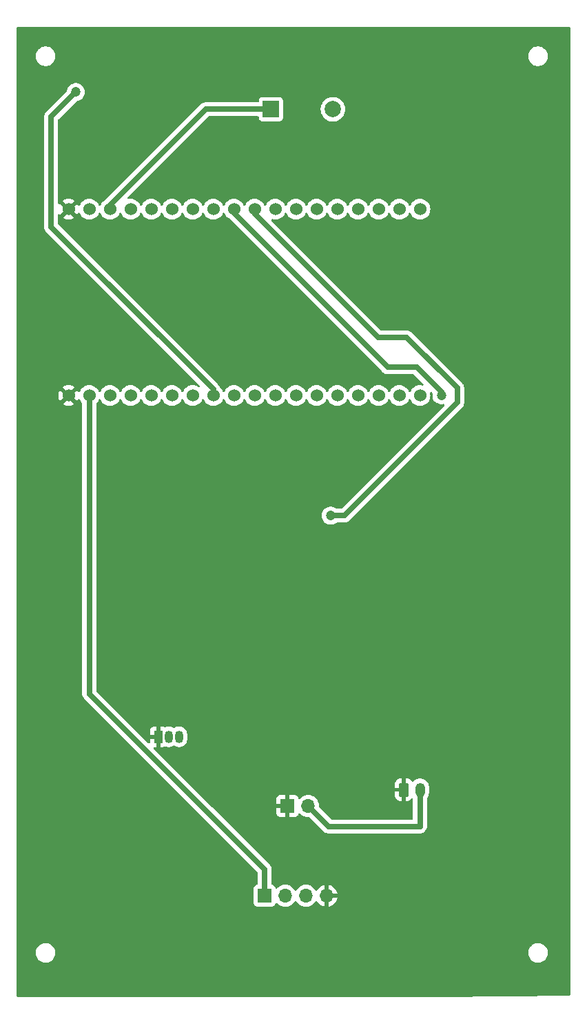
<source format=gbr>
%TF.GenerationSoftware,KiCad,Pcbnew,8.0.2*%
%TF.CreationDate,2024-05-29T14:57:23+02:00*%
%TF.ProjectId,LoRaKid,4c6f5261-4b69-4642-9e6b-696361645f70,rev?*%
%TF.SameCoordinates,Original*%
%TF.FileFunction,Copper,L2,Bot*%
%TF.FilePolarity,Positive*%
%FSLAX46Y46*%
G04 Gerber Fmt 4.6, Leading zero omitted, Abs format (unit mm)*
G04 Created by KiCad (PCBNEW 8.0.2) date 2024-05-29 14:57:23*
%MOMM*%
%LPD*%
G01*
G04 APERTURE LIST*
G04 Aperture macros list*
%AMRoundRect*
0 Rectangle with rounded corners*
0 $1 Rounding radius*
0 $2 $3 $4 $5 $6 $7 $8 $9 X,Y pos of 4 corners*
0 Add a 4 corners polygon primitive as box body*
4,1,4,$2,$3,$4,$5,$6,$7,$8,$9,$2,$3,0*
0 Add four circle primitives for the rounded corners*
1,1,$1+$1,$2,$3*
1,1,$1+$1,$4,$5*
1,1,$1+$1,$6,$7*
1,1,$1+$1,$8,$9*
0 Add four rect primitives between the rounded corners*
20,1,$1+$1,$2,$3,$4,$5,0*
20,1,$1+$1,$4,$5,$6,$7,0*
20,1,$1+$1,$6,$7,$8,$9,0*
20,1,$1+$1,$8,$9,$2,$3,0*%
G04 Aperture macros list end*
%TA.AperFunction,ComponentPad*%
%ADD10R,1.700000X1.700000*%
%TD*%
%TA.AperFunction,ComponentPad*%
%ADD11O,1.700000X1.700000*%
%TD*%
%TA.AperFunction,ComponentPad*%
%ADD12RoundRect,0.250000X-0.350000X-0.625000X0.350000X-0.625000X0.350000X0.625000X-0.350000X0.625000X0*%
%TD*%
%TA.AperFunction,ComponentPad*%
%ADD13O,1.200000X1.750000*%
%TD*%
%TA.AperFunction,ComponentPad*%
%ADD14O,1.050000X1.500000*%
%TD*%
%TA.AperFunction,ComponentPad*%
%ADD15R,1.050000X1.500000*%
%TD*%
%TA.AperFunction,ComponentPad*%
%ADD16C,2.000000*%
%TD*%
%TA.AperFunction,ComponentPad*%
%ADD17R,2.000000X2.000000*%
%TD*%
%TA.AperFunction,ComponentPad*%
%ADD18C,1.524000*%
%TD*%
%TA.AperFunction,ViaPad*%
%ADD19C,1.200000*%
%TD*%
%TA.AperFunction,Conductor*%
%ADD20C,0.700000*%
%TD*%
G04 APERTURE END LIST*
D10*
%TO.P,J1,1,Pin_1*%
%TO.N,GND*%
X134725000Y-121500000D03*
D11*
%TO.P,J1,2,Pin_2*%
%TO.N,Net-(BAT1-Pin_2)*%
X137265000Y-121500000D03*
%TD*%
D12*
%TO.P,BAT1,1,Pin_1*%
%TO.N,GND*%
X149000000Y-119500000D03*
D13*
%TO.P,BAT1,2,Pin_2*%
%TO.N,Net-(BAT1-Pin_2)*%
X151000000Y-119500000D03*
%TD*%
D10*
%TO.P,USB1,1,Pin_1*%
%TO.N,Net-(U1-5V)*%
X131920000Y-132500000D03*
D11*
%TO.P,USB1,2,Pin_2*%
%TO.N,unconnected-(USB1-Pin_2-Pad2)*%
X134460000Y-132500000D03*
%TO.P,USB1,3,Pin_3*%
%TO.N,unconnected-(USB1-Pin_3-Pad3)*%
X137000000Y-132500000D03*
%TO.P,USB1,4,Pin_4*%
%TO.N,GND*%
X139540000Y-132500000D03*
%TD*%
D14*
%TO.P,Q1,3,C*%
%TO.N,Net-(BZ1--)*%
X121390000Y-113000000D03*
%TO.P,Q1,2,B*%
%TO.N,Net-(Q1-B)*%
X120120000Y-113000000D03*
D15*
%TO.P,Q1,1,E*%
%TO.N,GND*%
X118850000Y-113000000D03*
%TD*%
D16*
%TO.P,BZ1,2,-*%
%TO.N,Net-(BZ1--)*%
X140300000Y-36000000D03*
D17*
%TO.P,BZ1,1,+*%
%TO.N,+3.3V*%
X132700000Y-36000000D03*
%TD*%
D18*
%TO.P,U1,1,GND*%
%TO.N,GND*%
X107819952Y-48260000D03*
%TO.P,U1,2,3V3*%
%TO.N,+3.3V*%
X110359952Y-48260000D03*
%TO.P,U1,3,3V3*%
X112899952Y-48260000D03*
%TO.P,U1,4,ADC_Ctrl*%
%TO.N,unconnected-(U1-ADC_Ctrl-Pad4)*%
X115439952Y-48260000D03*
%TO.P,U1,5,GPIO46*%
%TO.N,unconnected-(U1-GPIO46-Pad5)*%
X117979952Y-48260000D03*
%TO.P,U1,6,GPIO45*%
%TO.N,unconnected-(U1-GPIO45-Pad6)*%
X120519952Y-48260000D03*
%TO.P,U1,7,GPIO42*%
%TO.N,unconnected-(U1-GPIO42-Pad7)*%
X123059952Y-48260000D03*
%TO.P,U1,8,GPIO41*%
%TO.N,unconnected-(U1-GPIO41-Pad8)*%
X125599952Y-48260000D03*
%TO.P,U1,9,GPIO40*%
%TO.N,Net-(U1-GPIO40)*%
X128139952Y-48260000D03*
%TO.P,U1,10,GPIO39*%
%TO.N,Net-(U1-GPIO39)*%
X130679952Y-48260000D03*
%TO.P,U1,11,GPIO38*%
%TO.N,Net-(U1-GPIO38)*%
X133219952Y-48260000D03*
%TO.P,U1,12,VBAT_READ*%
%TO.N,unconnected-(U1-VBAT_READ-Pad12)*%
X135759952Y-48260000D03*
%TO.P,U1,13,GPIO2/ADC1_1*%
%TO.N,unconnected-(U1-GPIO2{slash}ADC1_1-Pad13)*%
X138299952Y-48260000D03*
%TO.P,U1,14,GPIO3/ADC1_2*%
%TO.N,unconnected-(U1-GPIO3{slash}ADC1_2-Pad14)*%
X140839952Y-48260000D03*
%TO.P,U1,15,GPIO4/ADC1_3*%
%TO.N,unconnected-(U1-GPIO4{slash}ADC1_3-Pad15)*%
X143379952Y-48260000D03*
%TO.P,U1,16,GPIO5/ADC1_4*%
%TO.N,unconnected-(U1-GPIO5{slash}ADC1_4-Pad16)*%
X145919952Y-48260000D03*
%TO.P,U1,17,GPIO6/ADC1_5*%
%TO.N,Net-(U1-GPIO6{slash}ADC1_5)*%
X148459952Y-48260000D03*
%TO.P,U1,18,GPIO7/ADC1_6*%
%TO.N,Net-(U1-GPIO7{slash}ADC1_6)*%
X150999952Y-48260000D03*
%TO.P,U1,19,GND*%
%TO.N,GND*%
X107819952Y-71120000D03*
%TO.P,U1,20,5V*%
%TO.N,Net-(U1-5V)*%
X110359952Y-71120000D03*
%TO.P,U1,21,Vextern*%
%TO.N,unconnected-(U1-Vextern-Pad21)*%
X112899952Y-71120000D03*
%TO.P,U1,22,Vextern*%
%TO.N,unconnected-(U1-Vextern-Pad22)*%
X115439952Y-71120000D03*
%TO.P,U1,23,USB_TX*%
%TO.N,unconnected-(U1-USB_TX-Pad23)*%
X117979952Y-71120000D03*
%TO.P,U1,24,USB_RX*%
%TO.N,unconnected-(U1-USB_RX-Pad24)*%
X120519952Y-71120000D03*
%TO.P,U1,25,RST*%
%TO.N,unconnected-(U1-RST-Pad25)*%
X123059952Y-71120000D03*
%TO.P,U1,26,PROG*%
%TO.N,Net-(U1-PROG)*%
X125599952Y-71120000D03*
%TO.P,U1,27,Vext_CTRL*%
%TO.N,unconnected-(U1-Vext_CTRL-Pad27)*%
X128139952Y-71120000D03*
%TO.P,U1,28,LED*%
%TO.N,unconnected-(U1-LED-Pad28)*%
X130679952Y-71120000D03*
%TO.P,U1,29,GPIO34*%
%TO.N,unconnected-(U1-GPIO34-Pad29)*%
X133219952Y-71120000D03*
%TO.P,U1,30,GPIO33*%
%TO.N,Net-(U1-GPIO33)*%
X135759952Y-71120000D03*
%TO.P,U1,31,GPIO47*%
%TO.N,Net-(U1-GPIO47)*%
X138299952Y-71120000D03*
%TO.P,U1,32,GPIO48*%
%TO.N,Net-(U1-GPIO48)*%
X140839952Y-71120000D03*
%TO.P,U1,33,GPIO26*%
%TO.N,Net-(U1-GPIO26)*%
X143379952Y-71120000D03*
%TO.P,U1,34,OLED_RST*%
%TO.N,unconnected-(U1-OLED_RST-Pad34)*%
X145919952Y-71120000D03*
%TO.P,U1,35,GPIO20*%
%TO.N,unconnected-(U1-GPIO20-Pad35)*%
X148459952Y-71120000D03*
%TO.P,U1,36,GPIO19*%
%TO.N,unconnected-(U1-GPIO19-Pad36)*%
X150999952Y-71120000D03*
%TD*%
D19*
%TO.N,Net-(U1-GPIO40)*%
X153628000Y-71094800D03*
%TO.N,Net-(U1-GPIO39)*%
X140036000Y-85860300D03*
%TO.N,Net-(U1-PROG)*%
X108729000Y-33883900D03*
%TD*%
D20*
%TO.N,Net-(BAT1-Pin_2)*%
X151000000Y-124000000D02*
X139765000Y-124000000D01*
X151000000Y-119500000D02*
X151000000Y-124000000D01*
X139765000Y-124000000D02*
X137265000Y-121500000D01*
%TO.N,Net-(U1-5V)*%
X110360000Y-107738000D02*
X110360000Y-71120000D01*
X131920000Y-129298000D02*
X110360000Y-107738000D01*
X131920000Y-131500000D02*
X131920000Y-129298000D01*
X131920000Y-131500000D02*
X131920000Y-132500000D01*
%TO.N,+3.3V*%
X124684000Y-36000000D02*
X132700000Y-36000000D01*
X112900000Y-47783700D02*
X124684000Y-36000000D01*
X112900000Y-48260000D02*
X112900000Y-47783700D01*
%TO.N,Net-(U1-GPIO40)*%
X153628000Y-70702700D02*
X153628000Y-71094800D01*
X150588000Y-67663200D02*
X153628000Y-70702700D01*
X147027000Y-67663200D02*
X150588000Y-67663200D01*
X128140000Y-48776400D02*
X147027000Y-67663200D01*
X128140000Y-48260000D02*
X128140000Y-48776400D01*
%TO.N,Net-(U1-GPIO39)*%
X141715000Y-85860300D02*
X140036000Y-85860300D01*
X155579000Y-71996300D02*
X141715000Y-85860300D01*
X155579000Y-70190000D02*
X155579000Y-71996300D01*
X149388000Y-63998700D02*
X155579000Y-70190000D01*
X145861000Y-63998700D02*
X149388000Y-63998700D01*
X130680000Y-48817400D02*
X145861000Y-63998700D01*
X130680000Y-48260000D02*
X130680000Y-48817400D01*
%TO.N,Net-(U1-PROG)*%
X105668000Y-36944900D02*
X108729000Y-33883900D01*
X105668000Y-50416600D02*
X105668000Y-36944900D01*
X125600000Y-70348700D02*
X105668000Y-50416600D01*
X125600000Y-71120000D02*
X125600000Y-70348700D01*
%TD*%
%TA.AperFunction,Conductor*%
%TO.N,GND*%
G36*
X108871693Y-48958188D02*
G01*
X108917046Y-48893417D01*
X108917047Y-48893416D01*
X108977292Y-48764219D01*
X109023464Y-48711780D01*
X109090658Y-48692627D01*
X109157539Y-48712842D01*
X109202057Y-48764218D01*
X109262418Y-48893662D01*
X109262420Y-48893666D01*
X109389122Y-49074615D01*
X109389127Y-49074621D01*
X109545330Y-49230824D01*
X109545336Y-49230829D01*
X109726285Y-49357531D01*
X109726287Y-49357532D01*
X109726290Y-49357534D01*
X109926502Y-49450894D01*
X110139884Y-49508070D01*
X110297075Y-49521822D01*
X110359950Y-49527323D01*
X110359952Y-49527323D01*
X110359954Y-49527323D01*
X110414969Y-49522509D01*
X110580020Y-49508070D01*
X110793402Y-49450894D01*
X110993614Y-49357534D01*
X111174572Y-49230826D01*
X111330778Y-49074620D01*
X111457486Y-48893662D01*
X111517570Y-48764811D01*
X111563742Y-48712371D01*
X111630935Y-48693219D01*
X111697817Y-48713435D01*
X111742334Y-48764811D01*
X111802416Y-48893658D01*
X111802420Y-48893666D01*
X111929122Y-49074615D01*
X111929127Y-49074621D01*
X112085330Y-49230824D01*
X112085336Y-49230829D01*
X112266285Y-49357531D01*
X112266287Y-49357532D01*
X112266290Y-49357534D01*
X112466502Y-49450894D01*
X112679884Y-49508070D01*
X112837075Y-49521822D01*
X112899950Y-49527323D01*
X112899952Y-49527323D01*
X112899954Y-49527323D01*
X112954969Y-49522509D01*
X113120020Y-49508070D01*
X113333402Y-49450894D01*
X113533614Y-49357534D01*
X113714572Y-49230826D01*
X113870778Y-49074620D01*
X113997486Y-48893662D01*
X114057570Y-48764811D01*
X114103742Y-48712371D01*
X114170935Y-48693219D01*
X114237817Y-48713435D01*
X114282334Y-48764811D01*
X114342416Y-48893658D01*
X114342420Y-48893666D01*
X114469122Y-49074615D01*
X114469127Y-49074621D01*
X114625330Y-49230824D01*
X114625336Y-49230829D01*
X114806285Y-49357531D01*
X114806287Y-49357532D01*
X114806290Y-49357534D01*
X115006502Y-49450894D01*
X115219884Y-49508070D01*
X115377075Y-49521822D01*
X115439950Y-49527323D01*
X115439952Y-49527323D01*
X115439954Y-49527323D01*
X115494969Y-49522509D01*
X115660020Y-49508070D01*
X115873402Y-49450894D01*
X116073614Y-49357534D01*
X116254572Y-49230826D01*
X116410778Y-49074620D01*
X116537486Y-48893662D01*
X116597570Y-48764811D01*
X116643742Y-48712371D01*
X116710935Y-48693219D01*
X116777817Y-48713435D01*
X116822334Y-48764811D01*
X116882416Y-48893658D01*
X116882420Y-48893666D01*
X117009122Y-49074615D01*
X117009127Y-49074621D01*
X117165330Y-49230824D01*
X117165336Y-49230829D01*
X117346285Y-49357531D01*
X117346287Y-49357532D01*
X117346290Y-49357534D01*
X117546502Y-49450894D01*
X117759884Y-49508070D01*
X117917075Y-49521822D01*
X117979950Y-49527323D01*
X117979952Y-49527323D01*
X117979954Y-49527323D01*
X118034969Y-49522509D01*
X118200020Y-49508070D01*
X118413402Y-49450894D01*
X118613614Y-49357534D01*
X118794572Y-49230826D01*
X118950778Y-49074620D01*
X119077486Y-48893662D01*
X119137570Y-48764811D01*
X119183742Y-48712371D01*
X119250935Y-48693219D01*
X119317817Y-48713435D01*
X119362334Y-48764811D01*
X119422416Y-48893658D01*
X119422420Y-48893666D01*
X119549122Y-49074615D01*
X119549127Y-49074621D01*
X119705330Y-49230824D01*
X119705336Y-49230829D01*
X119886285Y-49357531D01*
X119886287Y-49357532D01*
X119886290Y-49357534D01*
X120086502Y-49450894D01*
X120299884Y-49508070D01*
X120457075Y-49521822D01*
X120519950Y-49527323D01*
X120519952Y-49527323D01*
X120519954Y-49527323D01*
X120574969Y-49522509D01*
X120740020Y-49508070D01*
X120953402Y-49450894D01*
X121153614Y-49357534D01*
X121334572Y-49230826D01*
X121490778Y-49074620D01*
X121617486Y-48893662D01*
X121677570Y-48764811D01*
X121723742Y-48712371D01*
X121790935Y-48693219D01*
X121857817Y-48713435D01*
X121902334Y-48764811D01*
X121962416Y-48893658D01*
X121962420Y-48893666D01*
X122089122Y-49074615D01*
X122089127Y-49074621D01*
X122245330Y-49230824D01*
X122245336Y-49230829D01*
X122426285Y-49357531D01*
X122426287Y-49357532D01*
X122426290Y-49357534D01*
X122626502Y-49450894D01*
X122839884Y-49508070D01*
X122997075Y-49521822D01*
X123059950Y-49527323D01*
X123059952Y-49527323D01*
X123059954Y-49527323D01*
X123114969Y-49522509D01*
X123280020Y-49508070D01*
X123493402Y-49450894D01*
X123693614Y-49357534D01*
X123874572Y-49230826D01*
X124030778Y-49074620D01*
X124157486Y-48893662D01*
X124217570Y-48764811D01*
X124263742Y-48712371D01*
X124330935Y-48693219D01*
X124397817Y-48713435D01*
X124442334Y-48764811D01*
X124502416Y-48893658D01*
X124502420Y-48893666D01*
X124629122Y-49074615D01*
X124629127Y-49074621D01*
X124785330Y-49230824D01*
X124785336Y-49230829D01*
X124966285Y-49357531D01*
X124966287Y-49357532D01*
X124966290Y-49357534D01*
X125166502Y-49450894D01*
X125379884Y-49508070D01*
X125537075Y-49521822D01*
X125599950Y-49527323D01*
X125599952Y-49527323D01*
X125599954Y-49527323D01*
X125654969Y-49522509D01*
X125820020Y-49508070D01*
X126033402Y-49450894D01*
X126233614Y-49357534D01*
X126414572Y-49230826D01*
X126570778Y-49074620D01*
X126697486Y-48893662D01*
X126757570Y-48764811D01*
X126803742Y-48712371D01*
X126870935Y-48693219D01*
X126937817Y-48713435D01*
X126982334Y-48764811D01*
X127042416Y-48893658D01*
X127042420Y-48893666D01*
X127169122Y-49074615D01*
X127169127Y-49074621D01*
X127325330Y-49230824D01*
X127325336Y-49230829D01*
X127506285Y-49357531D01*
X127506287Y-49357531D01*
X127506290Y-49357534D01*
X127509062Y-49358827D01*
X127544335Y-49383525D01*
X146484841Y-68323829D01*
X146484844Y-68323831D01*
X146484845Y-68323832D01*
X146484848Y-68323835D01*
X146624130Y-68416899D01*
X146624134Y-68416901D01*
X146624141Y-68416906D01*
X146710250Y-68452572D01*
X146710251Y-68452573D01*
X146738694Y-68464354D01*
X146778918Y-68481016D01*
X146943228Y-68513699D01*
X146943232Y-68513700D01*
X146943233Y-68513700D01*
X146943238Y-68513700D01*
X150184397Y-68513700D01*
X150251436Y-68533385D01*
X150272071Y-68550012D01*
X151403887Y-69681642D01*
X151437377Y-69742962D01*
X151432398Y-69812654D01*
X151390532Y-69868591D01*
X151325069Y-69893013D01*
X151284120Y-69889105D01*
X151220025Y-69871931D01*
X151220021Y-69871930D01*
X151220020Y-69871930D01*
X151220019Y-69871929D01*
X151220014Y-69871929D01*
X150999954Y-69852677D01*
X150999950Y-69852677D01*
X150779889Y-69871929D01*
X150779881Y-69871930D01*
X150566506Y-69929104D01*
X150566500Y-69929107D01*
X150366292Y-70022465D01*
X150366290Y-70022466D01*
X150185329Y-70149175D01*
X150029127Y-70305377D01*
X149902418Y-70486338D01*
X149902417Y-70486340D01*
X149842334Y-70615189D01*
X149796161Y-70667628D01*
X149728968Y-70686780D01*
X149662087Y-70666564D01*
X149617570Y-70615189D01*
X149557603Y-70486590D01*
X149557486Y-70486339D01*
X149430778Y-70305380D01*
X149274572Y-70149174D01*
X149274568Y-70149171D01*
X149274567Y-70149170D01*
X149093618Y-70022468D01*
X149093614Y-70022466D01*
X149006671Y-69981924D01*
X148893402Y-69929106D01*
X148893399Y-69929105D01*
X148893397Y-69929104D01*
X148680022Y-69871930D01*
X148680014Y-69871929D01*
X148459954Y-69852677D01*
X148459950Y-69852677D01*
X148239889Y-69871929D01*
X148239881Y-69871930D01*
X148026506Y-69929104D01*
X148026500Y-69929107D01*
X147826292Y-70022465D01*
X147826290Y-70022466D01*
X147645329Y-70149175D01*
X147489127Y-70305377D01*
X147362418Y-70486338D01*
X147362417Y-70486340D01*
X147302334Y-70615189D01*
X147256161Y-70667628D01*
X147188968Y-70686780D01*
X147122087Y-70666564D01*
X147077570Y-70615189D01*
X147017603Y-70486590D01*
X147017486Y-70486339D01*
X146890778Y-70305380D01*
X146734572Y-70149174D01*
X146734568Y-70149171D01*
X146734567Y-70149170D01*
X146553618Y-70022468D01*
X146553614Y-70022466D01*
X146466671Y-69981924D01*
X146353402Y-69929106D01*
X146353399Y-69929105D01*
X146353397Y-69929104D01*
X146140022Y-69871930D01*
X146140014Y-69871929D01*
X145919954Y-69852677D01*
X145919950Y-69852677D01*
X145699889Y-69871929D01*
X145699881Y-69871930D01*
X145486506Y-69929104D01*
X145486500Y-69929107D01*
X145286292Y-70022465D01*
X145286290Y-70022466D01*
X145105329Y-70149175D01*
X144949127Y-70305377D01*
X144822418Y-70486338D01*
X144822417Y-70486340D01*
X144762334Y-70615189D01*
X144716161Y-70667628D01*
X144648968Y-70686780D01*
X144582087Y-70666564D01*
X144537570Y-70615189D01*
X144477603Y-70486590D01*
X144477486Y-70486339D01*
X144350778Y-70305380D01*
X144194572Y-70149174D01*
X144194568Y-70149171D01*
X144194567Y-70149170D01*
X144013618Y-70022468D01*
X144013614Y-70022466D01*
X143926671Y-69981924D01*
X143813402Y-69929106D01*
X143813399Y-69929105D01*
X143813397Y-69929104D01*
X143600022Y-69871930D01*
X143600014Y-69871929D01*
X143379954Y-69852677D01*
X143379950Y-69852677D01*
X143159889Y-69871929D01*
X143159881Y-69871930D01*
X142946506Y-69929104D01*
X142946500Y-69929107D01*
X142746292Y-70022465D01*
X142746290Y-70022466D01*
X142565329Y-70149175D01*
X142409127Y-70305377D01*
X142282418Y-70486338D01*
X142282417Y-70486340D01*
X142222334Y-70615189D01*
X142176161Y-70667628D01*
X142108968Y-70686780D01*
X142042087Y-70666564D01*
X141997570Y-70615189D01*
X141937603Y-70486590D01*
X141937486Y-70486339D01*
X141810778Y-70305380D01*
X141654572Y-70149174D01*
X141654568Y-70149171D01*
X141654567Y-70149170D01*
X141473618Y-70022468D01*
X141473614Y-70022466D01*
X141386671Y-69981924D01*
X141273402Y-69929106D01*
X141273399Y-69929105D01*
X141273397Y-69929104D01*
X141060022Y-69871930D01*
X141060014Y-69871929D01*
X140839954Y-69852677D01*
X140839950Y-69852677D01*
X140619889Y-69871929D01*
X140619881Y-69871930D01*
X140406506Y-69929104D01*
X140406500Y-69929107D01*
X140206292Y-70022465D01*
X140206290Y-70022466D01*
X140025329Y-70149175D01*
X139869127Y-70305377D01*
X139742418Y-70486338D01*
X139742417Y-70486340D01*
X139682334Y-70615189D01*
X139636161Y-70667628D01*
X139568968Y-70686780D01*
X139502087Y-70666564D01*
X139457570Y-70615189D01*
X139397603Y-70486590D01*
X139397486Y-70486339D01*
X139270778Y-70305380D01*
X139114572Y-70149174D01*
X139114568Y-70149171D01*
X139114567Y-70149170D01*
X138933618Y-70022468D01*
X138933614Y-70022466D01*
X138846671Y-69981924D01*
X138733402Y-69929106D01*
X138733399Y-69929105D01*
X138733397Y-69929104D01*
X138520022Y-69871930D01*
X138520014Y-69871929D01*
X138299954Y-69852677D01*
X138299950Y-69852677D01*
X138079889Y-69871929D01*
X138079881Y-69871930D01*
X137866506Y-69929104D01*
X137866500Y-69929107D01*
X137666292Y-70022465D01*
X137666290Y-70022466D01*
X137485329Y-70149175D01*
X137329127Y-70305377D01*
X137202418Y-70486338D01*
X137202417Y-70486340D01*
X137142334Y-70615189D01*
X137096161Y-70667628D01*
X137028968Y-70686780D01*
X136962087Y-70666564D01*
X136917570Y-70615189D01*
X136857603Y-70486590D01*
X136857486Y-70486339D01*
X136730778Y-70305380D01*
X136574572Y-70149174D01*
X136574568Y-70149171D01*
X136574567Y-70149170D01*
X136393618Y-70022468D01*
X136393614Y-70022466D01*
X136306671Y-69981924D01*
X136193402Y-69929106D01*
X136193399Y-69929105D01*
X136193397Y-69929104D01*
X135980022Y-69871930D01*
X135980014Y-69871929D01*
X135759954Y-69852677D01*
X135759950Y-69852677D01*
X135539889Y-69871929D01*
X135539881Y-69871930D01*
X135326506Y-69929104D01*
X135326500Y-69929107D01*
X135126292Y-70022465D01*
X135126290Y-70022466D01*
X134945329Y-70149175D01*
X134789127Y-70305377D01*
X134662418Y-70486338D01*
X134662417Y-70486340D01*
X134602334Y-70615189D01*
X134556161Y-70667628D01*
X134488968Y-70686780D01*
X134422087Y-70666564D01*
X134377570Y-70615189D01*
X134317603Y-70486590D01*
X134317486Y-70486339D01*
X134190778Y-70305380D01*
X134034572Y-70149174D01*
X134034568Y-70149171D01*
X134034567Y-70149170D01*
X133853618Y-70022468D01*
X133853614Y-70022466D01*
X133766671Y-69981924D01*
X133653402Y-69929106D01*
X133653399Y-69929105D01*
X133653397Y-69929104D01*
X133440022Y-69871930D01*
X133440014Y-69871929D01*
X133219954Y-69852677D01*
X133219950Y-69852677D01*
X132999889Y-69871929D01*
X132999881Y-69871930D01*
X132786506Y-69929104D01*
X132786500Y-69929107D01*
X132586292Y-70022465D01*
X132586290Y-70022466D01*
X132405329Y-70149175D01*
X132249127Y-70305377D01*
X132122418Y-70486338D01*
X132122417Y-70486340D01*
X132062334Y-70615189D01*
X132016161Y-70667628D01*
X131948968Y-70686780D01*
X131882087Y-70666564D01*
X131837570Y-70615189D01*
X131777603Y-70486590D01*
X131777486Y-70486339D01*
X131650778Y-70305380D01*
X131494572Y-70149174D01*
X131494568Y-70149171D01*
X131494567Y-70149170D01*
X131313618Y-70022468D01*
X131313614Y-70022466D01*
X131226671Y-69981924D01*
X131113402Y-69929106D01*
X131113399Y-69929105D01*
X131113397Y-69929104D01*
X130900022Y-69871930D01*
X130900014Y-69871929D01*
X130679954Y-69852677D01*
X130679950Y-69852677D01*
X130459889Y-69871929D01*
X130459881Y-69871930D01*
X130246506Y-69929104D01*
X130246500Y-69929107D01*
X130046292Y-70022465D01*
X130046290Y-70022466D01*
X129865329Y-70149175D01*
X129709127Y-70305377D01*
X129582418Y-70486338D01*
X129582417Y-70486340D01*
X129522334Y-70615189D01*
X129476161Y-70667628D01*
X129408968Y-70686780D01*
X129342087Y-70666564D01*
X129297570Y-70615189D01*
X129237603Y-70486590D01*
X129237486Y-70486339D01*
X129110778Y-70305380D01*
X128954572Y-70149174D01*
X128954568Y-70149171D01*
X128954567Y-70149170D01*
X128773618Y-70022468D01*
X128773614Y-70022466D01*
X128686671Y-69981924D01*
X128573402Y-69929106D01*
X128573399Y-69929105D01*
X128573397Y-69929104D01*
X128360022Y-69871930D01*
X128360014Y-69871929D01*
X128139954Y-69852677D01*
X128139950Y-69852677D01*
X127919889Y-69871929D01*
X127919881Y-69871930D01*
X127706506Y-69929104D01*
X127706500Y-69929107D01*
X127506292Y-70022465D01*
X127506290Y-70022466D01*
X127325329Y-70149175D01*
X127169127Y-70305377D01*
X127042418Y-70486338D01*
X127042417Y-70486340D01*
X126982334Y-70615189D01*
X126936161Y-70667628D01*
X126868968Y-70686780D01*
X126802087Y-70666564D01*
X126757570Y-70615189D01*
X126697603Y-70486590D01*
X126697486Y-70486339D01*
X126570778Y-70305380D01*
X126457273Y-70191875D01*
X126423790Y-70130555D01*
X126423352Y-70128451D01*
X126417816Y-70100618D01*
X126353703Y-69945837D01*
X126334936Y-69917751D01*
X126260628Y-69806539D01*
X119602320Y-63148198D01*
X106554819Y-50100631D01*
X106521334Y-50039308D01*
X106518500Y-50012950D01*
X106518500Y-48994842D01*
X106538185Y-48927803D01*
X106590989Y-48882048D01*
X106660147Y-48872104D01*
X106723703Y-48901129D01*
X106744075Y-48923719D01*
X106768210Y-48958187D01*
X106768211Y-48958188D01*
X107438952Y-48287447D01*
X107438952Y-48310160D01*
X107464916Y-48407061D01*
X107515076Y-48493940D01*
X107586012Y-48564876D01*
X107672891Y-48615036D01*
X107769792Y-48641000D01*
X107792505Y-48641000D01*
X107121762Y-49311740D01*
X107186542Y-49357099D01*
X107186544Y-49357100D01*
X107386667Y-49450419D01*
X107386681Y-49450424D01*
X107599965Y-49507573D01*
X107599975Y-49507575D01*
X107819951Y-49526821D01*
X107819953Y-49526821D01*
X108039928Y-49507575D01*
X108039938Y-49507573D01*
X108253222Y-49450424D01*
X108253236Y-49450419D01*
X108453359Y-49357100D01*
X108453369Y-49357094D01*
X108518140Y-49311741D01*
X107847400Y-48641000D01*
X107870112Y-48641000D01*
X107967013Y-48615036D01*
X108053892Y-48564876D01*
X108124828Y-48493940D01*
X108174988Y-48407061D01*
X108200952Y-48310160D01*
X108200952Y-48287447D01*
X108871693Y-48958188D01*
G37*
%TD.AperFunction*%
%TA.AperFunction,Conductor*%
G36*
X169402539Y-25920185D02*
G01*
X169448294Y-25972989D01*
X169459500Y-26024500D01*
X169459500Y-144660517D01*
X169439815Y-144727556D01*
X169387011Y-144773311D01*
X169336398Y-144784514D01*
X153455054Y-144899497D01*
X153454156Y-144899500D01*
X101584500Y-144899500D01*
X101517461Y-144879815D01*
X101471706Y-144827011D01*
X101460500Y-144775500D01*
X101460500Y-139405513D01*
X103799500Y-139405513D01*
X103799500Y-139594486D01*
X103829059Y-139781118D01*
X103887454Y-139960836D01*
X103973240Y-140129199D01*
X104084310Y-140282073D01*
X104217927Y-140415690D01*
X104370801Y-140526760D01*
X104450347Y-140567290D01*
X104539163Y-140612545D01*
X104539165Y-140612545D01*
X104539168Y-140612547D01*
X104635497Y-140643846D01*
X104718881Y-140670940D01*
X104905514Y-140700500D01*
X104905519Y-140700500D01*
X105094486Y-140700500D01*
X105281118Y-140670940D01*
X105460832Y-140612547D01*
X105629199Y-140526760D01*
X105782073Y-140415690D01*
X105915690Y-140282073D01*
X106026760Y-140129199D01*
X106112547Y-139960832D01*
X106170940Y-139781118D01*
X106200500Y-139594486D01*
X106200500Y-139405513D01*
X164299500Y-139405513D01*
X164299500Y-139594486D01*
X164329059Y-139781118D01*
X164387454Y-139960836D01*
X164473240Y-140129199D01*
X164584310Y-140282073D01*
X164717927Y-140415690D01*
X164870801Y-140526760D01*
X164950347Y-140567290D01*
X165039163Y-140612545D01*
X165039165Y-140612545D01*
X165039168Y-140612547D01*
X165135497Y-140643846D01*
X165218881Y-140670940D01*
X165405514Y-140700500D01*
X165405519Y-140700500D01*
X165594486Y-140700500D01*
X165781118Y-140670940D01*
X165960832Y-140612547D01*
X166129199Y-140526760D01*
X166282073Y-140415690D01*
X166415690Y-140282073D01*
X166526760Y-140129199D01*
X166612547Y-139960832D01*
X166670940Y-139781118D01*
X166700500Y-139594486D01*
X166700500Y-139405513D01*
X166670940Y-139218881D01*
X166612545Y-139039163D01*
X166526759Y-138870800D01*
X166415690Y-138717927D01*
X166282073Y-138584310D01*
X166129199Y-138473240D01*
X165960836Y-138387454D01*
X165781118Y-138329059D01*
X165594486Y-138299500D01*
X165594481Y-138299500D01*
X165405519Y-138299500D01*
X165405514Y-138299500D01*
X165218881Y-138329059D01*
X165039163Y-138387454D01*
X164870800Y-138473240D01*
X164783579Y-138536610D01*
X164717927Y-138584310D01*
X164717925Y-138584312D01*
X164717924Y-138584312D01*
X164584312Y-138717924D01*
X164584312Y-138717925D01*
X164584310Y-138717927D01*
X164536610Y-138783579D01*
X164473240Y-138870800D01*
X164387454Y-139039163D01*
X164329059Y-139218881D01*
X164299500Y-139405513D01*
X106200500Y-139405513D01*
X106170940Y-139218881D01*
X106112545Y-139039163D01*
X106026759Y-138870800D01*
X105915690Y-138717927D01*
X105782073Y-138584310D01*
X105629199Y-138473240D01*
X105460836Y-138387454D01*
X105281118Y-138329059D01*
X105094486Y-138299500D01*
X105094481Y-138299500D01*
X104905519Y-138299500D01*
X104905514Y-138299500D01*
X104718881Y-138329059D01*
X104539163Y-138387454D01*
X104370800Y-138473240D01*
X104283579Y-138536610D01*
X104217927Y-138584310D01*
X104217925Y-138584312D01*
X104217924Y-138584312D01*
X104084312Y-138717924D01*
X104084312Y-138717925D01*
X104084310Y-138717927D01*
X104036610Y-138783579D01*
X103973240Y-138870800D01*
X103887454Y-139039163D01*
X103829059Y-139218881D01*
X103799500Y-139405513D01*
X101460500Y-139405513D01*
X101460500Y-36861128D01*
X104817500Y-36861128D01*
X104817500Y-50500371D01*
X104850182Y-50664674D01*
X104850184Y-50664682D01*
X104883182Y-50744346D01*
X104883182Y-50744347D01*
X104914296Y-50819464D01*
X105007371Y-50958759D01*
X105007374Y-50958763D01*
X123950176Y-69901661D01*
X123983661Y-69962984D01*
X123978677Y-70032676D01*
X123936805Y-70088609D01*
X123871341Y-70113026D01*
X123803068Y-70098174D01*
X123791382Y-70090923D01*
X123693614Y-70022466D01*
X123493402Y-69929106D01*
X123493399Y-69929105D01*
X123493397Y-69929104D01*
X123280022Y-69871930D01*
X123280014Y-69871929D01*
X123059954Y-69852677D01*
X123059950Y-69852677D01*
X122839889Y-69871929D01*
X122839881Y-69871930D01*
X122626506Y-69929104D01*
X122626500Y-69929107D01*
X122426292Y-70022465D01*
X122426290Y-70022466D01*
X122245329Y-70149175D01*
X122089127Y-70305377D01*
X121962418Y-70486338D01*
X121962417Y-70486340D01*
X121902334Y-70615189D01*
X121856161Y-70667628D01*
X121788968Y-70686780D01*
X121722087Y-70666564D01*
X121677570Y-70615189D01*
X121617603Y-70486590D01*
X121617486Y-70486339D01*
X121490778Y-70305380D01*
X121334572Y-70149174D01*
X121334568Y-70149171D01*
X121334567Y-70149170D01*
X121153618Y-70022468D01*
X121153614Y-70022466D01*
X121066671Y-69981924D01*
X120953402Y-69929106D01*
X120953399Y-69929105D01*
X120953397Y-69929104D01*
X120740022Y-69871930D01*
X120740014Y-69871929D01*
X120519954Y-69852677D01*
X120519950Y-69852677D01*
X120299889Y-69871929D01*
X120299881Y-69871930D01*
X120086506Y-69929104D01*
X120086500Y-69929107D01*
X119886292Y-70022465D01*
X119886290Y-70022466D01*
X119705329Y-70149175D01*
X119549127Y-70305377D01*
X119422418Y-70486338D01*
X119422417Y-70486340D01*
X119362334Y-70615189D01*
X119316161Y-70667628D01*
X119248968Y-70686780D01*
X119182087Y-70666564D01*
X119137570Y-70615189D01*
X119077603Y-70486590D01*
X119077486Y-70486339D01*
X118950778Y-70305380D01*
X118794572Y-70149174D01*
X118794568Y-70149171D01*
X118794567Y-70149170D01*
X118613618Y-70022468D01*
X118613614Y-70022466D01*
X118526671Y-69981924D01*
X118413402Y-69929106D01*
X118413399Y-69929105D01*
X118413397Y-69929104D01*
X118200022Y-69871930D01*
X118200014Y-69871929D01*
X117979954Y-69852677D01*
X117979950Y-69852677D01*
X117759889Y-69871929D01*
X117759881Y-69871930D01*
X117546506Y-69929104D01*
X117546500Y-69929107D01*
X117346292Y-70022465D01*
X117346290Y-70022466D01*
X117165329Y-70149175D01*
X117009127Y-70305377D01*
X116882418Y-70486338D01*
X116882417Y-70486340D01*
X116822334Y-70615189D01*
X116776161Y-70667628D01*
X116708968Y-70686780D01*
X116642087Y-70666564D01*
X116597570Y-70615189D01*
X116537603Y-70486590D01*
X116537486Y-70486339D01*
X116410778Y-70305380D01*
X116254572Y-70149174D01*
X116254568Y-70149171D01*
X116254567Y-70149170D01*
X116073618Y-70022468D01*
X116073614Y-70022466D01*
X115986671Y-69981924D01*
X115873402Y-69929106D01*
X115873399Y-69929105D01*
X115873397Y-69929104D01*
X115660022Y-69871930D01*
X115660014Y-69871929D01*
X115439954Y-69852677D01*
X115439950Y-69852677D01*
X115219889Y-69871929D01*
X115219881Y-69871930D01*
X115006506Y-69929104D01*
X115006500Y-69929107D01*
X114806292Y-70022465D01*
X114806290Y-70022466D01*
X114625329Y-70149175D01*
X114469127Y-70305377D01*
X114342418Y-70486338D01*
X114342417Y-70486340D01*
X114282334Y-70615189D01*
X114236161Y-70667628D01*
X114168968Y-70686780D01*
X114102087Y-70666564D01*
X114057570Y-70615189D01*
X113997603Y-70486590D01*
X113997486Y-70486339D01*
X113870778Y-70305380D01*
X113714572Y-70149174D01*
X113714568Y-70149171D01*
X113714567Y-70149170D01*
X113533618Y-70022468D01*
X113533614Y-70022466D01*
X113446671Y-69981924D01*
X113333402Y-69929106D01*
X113333399Y-69929105D01*
X113333397Y-69929104D01*
X113120022Y-69871930D01*
X113120014Y-69871929D01*
X112899954Y-69852677D01*
X112899950Y-69852677D01*
X112679889Y-69871929D01*
X112679881Y-69871930D01*
X112466506Y-69929104D01*
X112466500Y-69929107D01*
X112266292Y-70022465D01*
X112266290Y-70022466D01*
X112085329Y-70149175D01*
X111929127Y-70305377D01*
X111802418Y-70486338D01*
X111802417Y-70486340D01*
X111742334Y-70615189D01*
X111696161Y-70667628D01*
X111628968Y-70686780D01*
X111562087Y-70666564D01*
X111517570Y-70615189D01*
X111457603Y-70486590D01*
X111457486Y-70486339D01*
X111330778Y-70305380D01*
X111174572Y-70149174D01*
X111174568Y-70149171D01*
X111174567Y-70149170D01*
X110993618Y-70022468D01*
X110993614Y-70022466D01*
X110906671Y-69981924D01*
X110793402Y-69929106D01*
X110793399Y-69929105D01*
X110793397Y-69929104D01*
X110580022Y-69871930D01*
X110580014Y-69871929D01*
X110359954Y-69852677D01*
X110359950Y-69852677D01*
X110139889Y-69871929D01*
X110139881Y-69871930D01*
X109926506Y-69929104D01*
X109926500Y-69929107D01*
X109726292Y-70022465D01*
X109726290Y-70022466D01*
X109545329Y-70149175D01*
X109389127Y-70305377D01*
X109262419Y-70486337D01*
X109202057Y-70615782D01*
X109155884Y-70668221D01*
X109088690Y-70687372D01*
X109021809Y-70667156D01*
X108977293Y-70615780D01*
X108917050Y-70486589D01*
X108917049Y-70486587D01*
X108871693Y-70421811D01*
X108871692Y-70421810D01*
X108200952Y-71092551D01*
X108200952Y-71069840D01*
X108174988Y-70972939D01*
X108124828Y-70886060D01*
X108053892Y-70815124D01*
X107967013Y-70764964D01*
X107870112Y-70739000D01*
X107847400Y-70739000D01*
X108518140Y-70068259D01*
X108518139Y-70068258D01*
X108453363Y-70022901D01*
X108453357Y-70022898D01*
X108253236Y-69929580D01*
X108253222Y-69929575D01*
X108039938Y-69872426D01*
X108039928Y-69872424D01*
X107819953Y-69853179D01*
X107819951Y-69853179D01*
X107599975Y-69872424D01*
X107599965Y-69872426D01*
X107386681Y-69929575D01*
X107386672Y-69929579D01*
X107186542Y-70022901D01*
X107121763Y-70068258D01*
X107792505Y-70739000D01*
X107769792Y-70739000D01*
X107672891Y-70764964D01*
X107586012Y-70815124D01*
X107515076Y-70886060D01*
X107464916Y-70972939D01*
X107438952Y-71069840D01*
X107438952Y-71092553D01*
X106768210Y-70421811D01*
X106722853Y-70486590D01*
X106629531Y-70686720D01*
X106629527Y-70686729D01*
X106572378Y-70900013D01*
X106572376Y-70900023D01*
X106553131Y-71119999D01*
X106553131Y-71120000D01*
X106572376Y-71339976D01*
X106572378Y-71339986D01*
X106629527Y-71553270D01*
X106629532Y-71553284D01*
X106722850Y-71753405D01*
X106722853Y-71753411D01*
X106768210Y-71818187D01*
X106768211Y-71818188D01*
X107438952Y-71147447D01*
X107438952Y-71170160D01*
X107464916Y-71267061D01*
X107515076Y-71353940D01*
X107586012Y-71424876D01*
X107672891Y-71475036D01*
X107769792Y-71501000D01*
X107792505Y-71501000D01*
X107121762Y-72171740D01*
X107186542Y-72217099D01*
X107186544Y-72217100D01*
X107386667Y-72310419D01*
X107386681Y-72310424D01*
X107599965Y-72367573D01*
X107599975Y-72367575D01*
X107819951Y-72386821D01*
X107819953Y-72386821D01*
X108039928Y-72367575D01*
X108039938Y-72367573D01*
X108253222Y-72310424D01*
X108253236Y-72310419D01*
X108453359Y-72217100D01*
X108453369Y-72217094D01*
X108518140Y-72171741D01*
X107847400Y-71501000D01*
X107870112Y-71501000D01*
X107967013Y-71475036D01*
X108053892Y-71424876D01*
X108124828Y-71353940D01*
X108174988Y-71267061D01*
X108200952Y-71170160D01*
X108200952Y-71147447D01*
X108871693Y-71818188D01*
X108917046Y-71753417D01*
X108917047Y-71753416D01*
X108977292Y-71624219D01*
X109023464Y-71571780D01*
X109090658Y-71552627D01*
X109157539Y-71572842D01*
X109202057Y-71624218D01*
X109262418Y-71753662D01*
X109262420Y-71753666D01*
X109389122Y-71934615D01*
X109389127Y-71934621D01*
X109473181Y-72018675D01*
X109506666Y-72079998D01*
X109509500Y-72106356D01*
X109509500Y-107821771D01*
X109542181Y-107986073D01*
X109542184Y-107986082D01*
X109606296Y-108140863D01*
X109606297Y-108140866D01*
X109699372Y-108280161D01*
X109699375Y-108280165D01*
X131033181Y-129613969D01*
X131066666Y-129675292D01*
X131069500Y-129701650D01*
X131069500Y-131033023D01*
X131049815Y-131100062D01*
X130997011Y-131145817D01*
X130969865Y-131153266D01*
X130970068Y-131154124D01*
X130962520Y-131155907D01*
X130827671Y-131206202D01*
X130827664Y-131206206D01*
X130712455Y-131292452D01*
X130712452Y-131292455D01*
X130626206Y-131407664D01*
X130626202Y-131407671D01*
X130575908Y-131542517D01*
X130569501Y-131602116D01*
X130569500Y-131602135D01*
X130569500Y-133397870D01*
X130569501Y-133397876D01*
X130575908Y-133457483D01*
X130626202Y-133592328D01*
X130626206Y-133592335D01*
X130712452Y-133707544D01*
X130712455Y-133707547D01*
X130827664Y-133793793D01*
X130827671Y-133793797D01*
X130962517Y-133844091D01*
X130962516Y-133844091D01*
X130969444Y-133844835D01*
X131022127Y-133850500D01*
X132817872Y-133850499D01*
X132877483Y-133844091D01*
X133012331Y-133793796D01*
X133127546Y-133707546D01*
X133213796Y-133592331D01*
X133262810Y-133460916D01*
X133304681Y-133404984D01*
X133370145Y-133380566D01*
X133438418Y-133395417D01*
X133466673Y-133416569D01*
X133588599Y-133538495D01*
X133685384Y-133606265D01*
X133782165Y-133674032D01*
X133782167Y-133674033D01*
X133782170Y-133674035D01*
X133996337Y-133773903D01*
X134224592Y-133835063D01*
X134401034Y-133850500D01*
X134459999Y-133855659D01*
X134460000Y-133855659D01*
X134460001Y-133855659D01*
X134518966Y-133850500D01*
X134695408Y-133835063D01*
X134923663Y-133773903D01*
X135137830Y-133674035D01*
X135331401Y-133538495D01*
X135498495Y-133371401D01*
X135628425Y-133185842D01*
X135683002Y-133142217D01*
X135752500Y-133135023D01*
X135814855Y-133166546D01*
X135831575Y-133185842D01*
X135961281Y-133371082D01*
X135961505Y-133371401D01*
X136128599Y-133538495D01*
X136225384Y-133606265D01*
X136322165Y-133674032D01*
X136322167Y-133674033D01*
X136322170Y-133674035D01*
X136536337Y-133773903D01*
X136764592Y-133835063D01*
X136941034Y-133850500D01*
X136999999Y-133855659D01*
X137000000Y-133855659D01*
X137000001Y-133855659D01*
X137058966Y-133850500D01*
X137235408Y-133835063D01*
X137463663Y-133773903D01*
X137677830Y-133674035D01*
X137871401Y-133538495D01*
X138038495Y-133371401D01*
X138168730Y-133185405D01*
X138223307Y-133141781D01*
X138292805Y-133134587D01*
X138355160Y-133166110D01*
X138371879Y-133185405D01*
X138501890Y-133371078D01*
X138668917Y-133538105D01*
X138862421Y-133673600D01*
X139076507Y-133773429D01*
X139076516Y-133773433D01*
X139290000Y-133830634D01*
X139290000Y-132933012D01*
X139347007Y-132965925D01*
X139474174Y-133000000D01*
X139605826Y-133000000D01*
X139732993Y-132965925D01*
X139790000Y-132933012D01*
X139790000Y-133830633D01*
X140003483Y-133773433D01*
X140003492Y-133773429D01*
X140217578Y-133673600D01*
X140411082Y-133538105D01*
X140578105Y-133371082D01*
X140713600Y-133177578D01*
X140813429Y-132963492D01*
X140813432Y-132963486D01*
X140870636Y-132750000D01*
X139973012Y-132750000D01*
X140005925Y-132692993D01*
X140040000Y-132565826D01*
X140040000Y-132434174D01*
X140005925Y-132307007D01*
X139973012Y-132250000D01*
X140870636Y-132250000D01*
X140870635Y-132249999D01*
X140813432Y-132036513D01*
X140813429Y-132036507D01*
X140713600Y-131822422D01*
X140713599Y-131822420D01*
X140578113Y-131628926D01*
X140578108Y-131628920D01*
X140411082Y-131461894D01*
X140217578Y-131326399D01*
X140003492Y-131226570D01*
X140003486Y-131226567D01*
X139790000Y-131169364D01*
X139790000Y-132066988D01*
X139732993Y-132034075D01*
X139605826Y-132000000D01*
X139474174Y-132000000D01*
X139347007Y-132034075D01*
X139290000Y-132066988D01*
X139290000Y-131169364D01*
X139289999Y-131169364D01*
X139076513Y-131226567D01*
X139076507Y-131226570D01*
X138862422Y-131326399D01*
X138862420Y-131326400D01*
X138668926Y-131461886D01*
X138668920Y-131461891D01*
X138501891Y-131628920D01*
X138501890Y-131628922D01*
X138371880Y-131814595D01*
X138317303Y-131858219D01*
X138247804Y-131865412D01*
X138185450Y-131833890D01*
X138168730Y-131814594D01*
X138038494Y-131628597D01*
X137871402Y-131461506D01*
X137871395Y-131461501D01*
X137677834Y-131325967D01*
X137677830Y-131325965D01*
X137677828Y-131325964D01*
X137463663Y-131226097D01*
X137463659Y-131226096D01*
X137463655Y-131226094D01*
X137235413Y-131164938D01*
X137235403Y-131164936D01*
X137000001Y-131144341D01*
X136999999Y-131144341D01*
X136764596Y-131164936D01*
X136764586Y-131164938D01*
X136536344Y-131226094D01*
X136536335Y-131226098D01*
X136322171Y-131325964D01*
X136322169Y-131325965D01*
X136128597Y-131461505D01*
X135961505Y-131628597D01*
X135831575Y-131814158D01*
X135776998Y-131857783D01*
X135707500Y-131864977D01*
X135645145Y-131833454D01*
X135628425Y-131814158D01*
X135498494Y-131628597D01*
X135331402Y-131461506D01*
X135331395Y-131461501D01*
X135137834Y-131325967D01*
X135137830Y-131325965D01*
X135137828Y-131325964D01*
X134923663Y-131226097D01*
X134923659Y-131226096D01*
X134923655Y-131226094D01*
X134695413Y-131164938D01*
X134695403Y-131164936D01*
X134460001Y-131144341D01*
X134459999Y-131144341D01*
X134224596Y-131164936D01*
X134224586Y-131164938D01*
X133996344Y-131226094D01*
X133996335Y-131226098D01*
X133782171Y-131325964D01*
X133782169Y-131325965D01*
X133588600Y-131461503D01*
X133466673Y-131583430D01*
X133405350Y-131616914D01*
X133335658Y-131611930D01*
X133279725Y-131570058D01*
X133262810Y-131539081D01*
X133213797Y-131407671D01*
X133213793Y-131407664D01*
X133127547Y-131292455D01*
X133127544Y-131292452D01*
X133012335Y-131206206D01*
X133012328Y-131206202D01*
X132877482Y-131155908D01*
X132869938Y-131154126D01*
X132870474Y-131151853D01*
X132816688Y-131129571D01*
X132776843Y-131072177D01*
X132770500Y-131033024D01*
X132770500Y-129214232D01*
X132770499Y-129214228D01*
X132737817Y-129049925D01*
X132737816Y-129049918D01*
X132673703Y-128895137D01*
X132580626Y-128755838D01*
X132462162Y-128637374D01*
X125390614Y-121565826D01*
X124426943Y-120602155D01*
X133375000Y-120602155D01*
X133375000Y-121250000D01*
X134291988Y-121250000D01*
X134259075Y-121307007D01*
X134225000Y-121434174D01*
X134225000Y-121565826D01*
X134259075Y-121692993D01*
X134291988Y-121750000D01*
X133375000Y-121750000D01*
X133375000Y-122397844D01*
X133381401Y-122457372D01*
X133381403Y-122457379D01*
X133431645Y-122592086D01*
X133431649Y-122592093D01*
X133517809Y-122707187D01*
X133517812Y-122707190D01*
X133632906Y-122793350D01*
X133632913Y-122793354D01*
X133767620Y-122843596D01*
X133767627Y-122843598D01*
X133827155Y-122849999D01*
X133827172Y-122850000D01*
X134475000Y-122850000D01*
X134475000Y-121933012D01*
X134532007Y-121965925D01*
X134659174Y-122000000D01*
X134790826Y-122000000D01*
X134917993Y-121965925D01*
X134975000Y-121933012D01*
X134975000Y-122850000D01*
X135622828Y-122850000D01*
X135622844Y-122849999D01*
X135682372Y-122843598D01*
X135682379Y-122843596D01*
X135817086Y-122793354D01*
X135817093Y-122793350D01*
X135932187Y-122707190D01*
X135932190Y-122707187D01*
X136018350Y-122592093D01*
X136018354Y-122592086D01*
X136067422Y-122460529D01*
X136109293Y-122404595D01*
X136174757Y-122380178D01*
X136243030Y-122395030D01*
X136271285Y-122416181D01*
X136393599Y-122538495D01*
X136470135Y-122592086D01*
X136587165Y-122674032D01*
X136587167Y-122674033D01*
X136587170Y-122674035D01*
X136801337Y-122773903D01*
X137029592Y-122835063D01*
X137265000Y-122855659D01*
X137347970Y-122848399D01*
X137416467Y-122862165D01*
X137446457Y-122884246D01*
X139222834Y-124660624D01*
X139222837Y-124660626D01*
X139222838Y-124660627D01*
X139362137Y-124753704D01*
X139362139Y-124753705D01*
X139362143Y-124753707D01*
X139444222Y-124787703D01*
X139471584Y-124799037D01*
X139516918Y-124817816D01*
X139681228Y-124850499D01*
X139681232Y-124850500D01*
X139681233Y-124850500D01*
X151083768Y-124850500D01*
X151083769Y-124850499D01*
X151248082Y-124817816D01*
X151402863Y-124753703D01*
X151542162Y-124660626D01*
X151660626Y-124542162D01*
X151753703Y-124402863D01*
X151817816Y-124248082D01*
X151850500Y-124083767D01*
X151850500Y-120516959D01*
X151870185Y-120449920D01*
X151874173Y-120444085D01*
X151941232Y-120351788D01*
X152019873Y-120197445D01*
X152073402Y-120032701D01*
X152100500Y-119861611D01*
X152100500Y-119138389D01*
X152073402Y-118967299D01*
X152019873Y-118802555D01*
X151941232Y-118648212D01*
X151839414Y-118508072D01*
X151716928Y-118385586D01*
X151576788Y-118283768D01*
X151422445Y-118205127D01*
X151257701Y-118151598D01*
X151257699Y-118151597D01*
X151257698Y-118151597D01*
X151126271Y-118130781D01*
X151086611Y-118124500D01*
X150913389Y-118124500D01*
X150873728Y-118130781D01*
X150742302Y-118151597D01*
X150577552Y-118205128D01*
X150423211Y-118283768D01*
X150283073Y-118385585D01*
X150175166Y-118493492D01*
X150113843Y-118526976D01*
X150044151Y-118521992D01*
X149988218Y-118480120D01*
X149981946Y-118470906D01*
X149942317Y-118406656D01*
X149818345Y-118282684D01*
X149669124Y-118190643D01*
X149669119Y-118190641D01*
X149502697Y-118135494D01*
X149502690Y-118135493D01*
X149399986Y-118125000D01*
X149250000Y-118125000D01*
X149250000Y-119219670D01*
X149230255Y-119199925D01*
X149144745Y-119150556D01*
X149049370Y-119125000D01*
X148950630Y-119125000D01*
X148855255Y-119150556D01*
X148769745Y-119199925D01*
X148750000Y-119219670D01*
X148750000Y-118125000D01*
X148600027Y-118125000D01*
X148600012Y-118125001D01*
X148497302Y-118135494D01*
X148330880Y-118190641D01*
X148330875Y-118190643D01*
X148181654Y-118282684D01*
X148057684Y-118406654D01*
X147965643Y-118555875D01*
X147965641Y-118555880D01*
X147910494Y-118722302D01*
X147910493Y-118722309D01*
X147900000Y-118825013D01*
X147900000Y-119250000D01*
X148719670Y-119250000D01*
X148699925Y-119269745D01*
X148650556Y-119355255D01*
X148625000Y-119450630D01*
X148625000Y-119549370D01*
X148650556Y-119644745D01*
X148699925Y-119730255D01*
X148719670Y-119750000D01*
X147900001Y-119750000D01*
X147900001Y-120174986D01*
X147910494Y-120277697D01*
X147965641Y-120444119D01*
X147965643Y-120444124D01*
X148057684Y-120593345D01*
X148181654Y-120717315D01*
X148330875Y-120809356D01*
X148330880Y-120809358D01*
X148497302Y-120864505D01*
X148497309Y-120864506D01*
X148600019Y-120874999D01*
X148749999Y-120874999D01*
X148750000Y-120874998D01*
X148750000Y-119780330D01*
X148769745Y-119800075D01*
X148855255Y-119849444D01*
X148950630Y-119875000D01*
X149049370Y-119875000D01*
X149144745Y-119849444D01*
X149230255Y-119800075D01*
X149250000Y-119780330D01*
X149250000Y-120874999D01*
X149399972Y-120874999D01*
X149399986Y-120874998D01*
X149502697Y-120864505D01*
X149669119Y-120809358D01*
X149669124Y-120809356D01*
X149818345Y-120717315D01*
X149937819Y-120597842D01*
X149999142Y-120564357D01*
X150068834Y-120569341D01*
X150124767Y-120611213D01*
X150149184Y-120676677D01*
X150149500Y-120685523D01*
X150149500Y-123025500D01*
X150129815Y-123092539D01*
X150077011Y-123138294D01*
X150025500Y-123149500D01*
X140168651Y-123149500D01*
X140101612Y-123129815D01*
X140080970Y-123113181D01*
X138649246Y-121681457D01*
X138615761Y-121620134D01*
X138613399Y-121582973D01*
X138620659Y-121500000D01*
X138600063Y-121264592D01*
X138538903Y-121036337D01*
X138439035Y-120822171D01*
X138430064Y-120809358D01*
X138303494Y-120628597D01*
X138136402Y-120461506D01*
X138136395Y-120461501D01*
X138111505Y-120444073D01*
X138059854Y-120407906D01*
X137942834Y-120325967D01*
X137942830Y-120325965D01*
X137839319Y-120277697D01*
X137728663Y-120226097D01*
X137728659Y-120226096D01*
X137728655Y-120226094D01*
X137500413Y-120164938D01*
X137500403Y-120164936D01*
X137265001Y-120144341D01*
X137264999Y-120144341D01*
X137029596Y-120164936D01*
X137029586Y-120164938D01*
X136801344Y-120226094D01*
X136801335Y-120226098D01*
X136587171Y-120325964D01*
X136587169Y-120325965D01*
X136393600Y-120461503D01*
X136271284Y-120583819D01*
X136209961Y-120617303D01*
X136140269Y-120612319D01*
X136084336Y-120570447D01*
X136067421Y-120539470D01*
X136018354Y-120407913D01*
X136018350Y-120407906D01*
X135932190Y-120292812D01*
X135932187Y-120292809D01*
X135817093Y-120206649D01*
X135817086Y-120206645D01*
X135682379Y-120156403D01*
X135682372Y-120156401D01*
X135622844Y-120150000D01*
X134975000Y-120150000D01*
X134975000Y-121066988D01*
X134917993Y-121034075D01*
X134790826Y-121000000D01*
X134659174Y-121000000D01*
X134532007Y-121034075D01*
X134475000Y-121066988D01*
X134475000Y-120150000D01*
X133827155Y-120150000D01*
X133767627Y-120156401D01*
X133767620Y-120156403D01*
X133632913Y-120206645D01*
X133632906Y-120206649D01*
X133517812Y-120292809D01*
X133517809Y-120292812D01*
X133431649Y-120407906D01*
X133431645Y-120407913D01*
X133381403Y-120542620D01*
X133381401Y-120542627D01*
X133375000Y-120602155D01*
X124426943Y-120602155D01*
X118286470Y-114461681D01*
X118252985Y-114400358D01*
X118257969Y-114330666D01*
X118299841Y-114274733D01*
X118365305Y-114250316D01*
X118374151Y-114250000D01*
X118600000Y-114250000D01*
X118600000Y-113280330D01*
X118619745Y-113300075D01*
X118705255Y-113349444D01*
X118800630Y-113375000D01*
X118899370Y-113375000D01*
X118994745Y-113349444D01*
X119080255Y-113300075D01*
X119094500Y-113285830D01*
X119094500Y-113326002D01*
X119097617Y-113341671D01*
X119100000Y-113365865D01*
X119100000Y-114250000D01*
X119422828Y-114250000D01*
X119422844Y-114249999D01*
X119482372Y-114243598D01*
X119482376Y-114243597D01*
X119617089Y-114193352D01*
X119617896Y-114192748D01*
X119618845Y-114192393D01*
X119624876Y-114189101D01*
X119625349Y-114189967D01*
X119683360Y-114168329D01*
X119739661Y-114177451D01*
X119820873Y-114211091D01*
X119984293Y-114243597D01*
X120018992Y-114250499D01*
X120018996Y-114250500D01*
X120018997Y-114250500D01*
X120221004Y-114250500D01*
X120221005Y-114250499D01*
X120419127Y-114211091D01*
X120605756Y-114133786D01*
X120686110Y-114080094D01*
X120752786Y-114059217D01*
X120820166Y-114077701D01*
X120823865Y-114080078D01*
X120904244Y-114133786D01*
X121090873Y-114211091D01*
X121254293Y-114243597D01*
X121288992Y-114250499D01*
X121288996Y-114250500D01*
X121288997Y-114250500D01*
X121491004Y-114250500D01*
X121491005Y-114250499D01*
X121689127Y-114211091D01*
X121875756Y-114133786D01*
X122043718Y-114021558D01*
X122186558Y-113878718D01*
X122298786Y-113710756D01*
X122376091Y-113524127D01*
X122415500Y-113326003D01*
X122415500Y-112673997D01*
X122376091Y-112475873D01*
X122298786Y-112289244D01*
X122298784Y-112289241D01*
X122298782Y-112289237D01*
X122186558Y-112121281D01*
X122043718Y-111978441D01*
X121875762Y-111866217D01*
X121875752Y-111866212D01*
X121689127Y-111788909D01*
X121689119Y-111788907D01*
X121491007Y-111749500D01*
X121491003Y-111749500D01*
X121288997Y-111749500D01*
X121288992Y-111749500D01*
X121090880Y-111788907D01*
X121090872Y-111788909D01*
X120904244Y-111866213D01*
X120823891Y-111919904D01*
X120757213Y-111940782D01*
X120689833Y-111922297D01*
X120686109Y-111919904D01*
X120605755Y-111866213D01*
X120419127Y-111788909D01*
X120419119Y-111788907D01*
X120221007Y-111749500D01*
X120221003Y-111749500D01*
X120018997Y-111749500D01*
X120018992Y-111749500D01*
X119820880Y-111788907D01*
X119820868Y-111788910D01*
X119739661Y-111822547D01*
X119670191Y-111830016D01*
X119625140Y-111810405D01*
X119624872Y-111810897D01*
X119619374Y-111807894D01*
X119617895Y-111807251D01*
X119617086Y-111806645D01*
X119482379Y-111756403D01*
X119482372Y-111756401D01*
X119422844Y-111750000D01*
X119100000Y-111750000D01*
X119100000Y-112634134D01*
X119097617Y-112658326D01*
X119094500Y-112673995D01*
X119094500Y-112714170D01*
X119080255Y-112699925D01*
X118994745Y-112650556D01*
X118899370Y-112625000D01*
X118800630Y-112625000D01*
X118705255Y-112650556D01*
X118619745Y-112699925D01*
X118600000Y-112719670D01*
X118600000Y-111750000D01*
X118277155Y-111750000D01*
X118217627Y-111756401D01*
X118217620Y-111756403D01*
X118082913Y-111806645D01*
X118082906Y-111806649D01*
X117967812Y-111892809D01*
X117967809Y-111892812D01*
X117881649Y-112007906D01*
X117881645Y-112007913D01*
X117831403Y-112142620D01*
X117831401Y-112142627D01*
X117825000Y-112202155D01*
X117825000Y-112750000D01*
X118569670Y-112750000D01*
X118549925Y-112769745D01*
X118500556Y-112855255D01*
X118475000Y-112950630D01*
X118475000Y-113049370D01*
X118500556Y-113144745D01*
X118549925Y-113230255D01*
X118569670Y-113250000D01*
X117825000Y-113250000D01*
X117825000Y-113700849D01*
X117805315Y-113767888D01*
X117752511Y-113813643D01*
X117683353Y-113823587D01*
X117619797Y-113794562D01*
X117613319Y-113788530D01*
X111246819Y-107422030D01*
X111213334Y-107360707D01*
X111210500Y-107334349D01*
X111210500Y-72106260D01*
X111230185Y-72039221D01*
X111246819Y-72018579D01*
X111288618Y-71976780D01*
X111330778Y-71934620D01*
X111457486Y-71753662D01*
X111517570Y-71624811D01*
X111563742Y-71572371D01*
X111630935Y-71553219D01*
X111697817Y-71573435D01*
X111742334Y-71624811D01*
X111802416Y-71753658D01*
X111802420Y-71753666D01*
X111929122Y-71934615D01*
X111929127Y-71934621D01*
X112085330Y-72090824D01*
X112085336Y-72090829D01*
X112266285Y-72217531D01*
X112266287Y-72217532D01*
X112266290Y-72217534D01*
X112466502Y-72310894D01*
X112679884Y-72368070D01*
X112837075Y-72381822D01*
X112899950Y-72387323D01*
X112899952Y-72387323D01*
X112899954Y-72387323D01*
X112954969Y-72382509D01*
X113120020Y-72368070D01*
X113333402Y-72310894D01*
X113533614Y-72217534D01*
X113714572Y-72090826D01*
X113870778Y-71934620D01*
X113997486Y-71753662D01*
X114057570Y-71624811D01*
X114103742Y-71572371D01*
X114170935Y-71553219D01*
X114237817Y-71573435D01*
X114282334Y-71624811D01*
X114342416Y-71753658D01*
X114342420Y-71753666D01*
X114469122Y-71934615D01*
X114469127Y-71934621D01*
X114625330Y-72090824D01*
X114625336Y-72090829D01*
X114806285Y-72217531D01*
X114806287Y-72217532D01*
X114806290Y-72217534D01*
X115006502Y-72310894D01*
X115219884Y-72368070D01*
X115377075Y-72381822D01*
X115439950Y-72387323D01*
X115439952Y-72387323D01*
X115439954Y-72387323D01*
X115494969Y-72382509D01*
X115660020Y-72368070D01*
X115873402Y-72310894D01*
X116073614Y-72217534D01*
X116254572Y-72090826D01*
X116410778Y-71934620D01*
X116537486Y-71753662D01*
X116597570Y-71624811D01*
X116643742Y-71572371D01*
X116710935Y-71553219D01*
X116777817Y-71573435D01*
X116822334Y-71624811D01*
X116882416Y-71753658D01*
X116882420Y-71753666D01*
X117009122Y-71934615D01*
X117009127Y-71934621D01*
X117165330Y-72090824D01*
X117165336Y-72090829D01*
X117346285Y-72217531D01*
X117346287Y-72217532D01*
X117346290Y-72217534D01*
X117546502Y-72310894D01*
X117759884Y-72368070D01*
X117917075Y-72381822D01*
X117979950Y-72387323D01*
X117979952Y-72387323D01*
X117979954Y-72387323D01*
X118034969Y-72382509D01*
X118200020Y-72368070D01*
X118413402Y-72310894D01*
X118613614Y-72217534D01*
X118794572Y-72090826D01*
X118950778Y-71934620D01*
X119077486Y-71753662D01*
X119137570Y-71624811D01*
X119183742Y-71572371D01*
X119250935Y-71553219D01*
X119317817Y-71573435D01*
X119362334Y-71624811D01*
X119422416Y-71753658D01*
X119422420Y-71753666D01*
X119549122Y-71934615D01*
X119549127Y-71934621D01*
X119705330Y-72090824D01*
X119705336Y-72090829D01*
X119886285Y-72217531D01*
X119886287Y-72217532D01*
X119886290Y-72217534D01*
X120086502Y-72310894D01*
X120299884Y-72368070D01*
X120457075Y-72381822D01*
X120519950Y-72387323D01*
X120519952Y-72387323D01*
X120519954Y-72387323D01*
X120574969Y-72382509D01*
X120740020Y-72368070D01*
X120953402Y-72310894D01*
X121153614Y-72217534D01*
X121334572Y-72090826D01*
X121490778Y-71934620D01*
X121617486Y-71753662D01*
X121677570Y-71624811D01*
X121723742Y-71572371D01*
X121790935Y-71553219D01*
X121857817Y-71573435D01*
X121902334Y-71624811D01*
X121962416Y-71753658D01*
X121962420Y-71753666D01*
X122089122Y-71934615D01*
X122089127Y-71934621D01*
X122245330Y-72090824D01*
X122245336Y-72090829D01*
X122426285Y-72217531D01*
X122426287Y-72217532D01*
X122426290Y-72217534D01*
X122626502Y-72310894D01*
X122839884Y-72368070D01*
X122997075Y-72381822D01*
X123059950Y-72387323D01*
X123059952Y-72387323D01*
X123059954Y-72387323D01*
X123114969Y-72382509D01*
X123280020Y-72368070D01*
X123493402Y-72310894D01*
X123693614Y-72217534D01*
X123874572Y-72090826D01*
X124030778Y-71934620D01*
X124157486Y-71753662D01*
X124217570Y-71624811D01*
X124263742Y-71572371D01*
X124330935Y-71553219D01*
X124397817Y-71573435D01*
X124442334Y-71624811D01*
X124502416Y-71753658D01*
X124502420Y-71753666D01*
X124629122Y-71934615D01*
X124629127Y-71934621D01*
X124785330Y-72090824D01*
X124785336Y-72090829D01*
X124966285Y-72217531D01*
X124966287Y-72217532D01*
X124966290Y-72217534D01*
X125166502Y-72310894D01*
X125379884Y-72368070D01*
X125537075Y-72381822D01*
X125599950Y-72387323D01*
X125599952Y-72387323D01*
X125599954Y-72387323D01*
X125654969Y-72382509D01*
X125820020Y-72368070D01*
X126033402Y-72310894D01*
X126233614Y-72217534D01*
X126414572Y-72090826D01*
X126570778Y-71934620D01*
X126697486Y-71753662D01*
X126757570Y-71624811D01*
X126803742Y-71572371D01*
X126870935Y-71553219D01*
X126937817Y-71573435D01*
X126982334Y-71624811D01*
X127042416Y-71753658D01*
X127042420Y-71753666D01*
X127169122Y-71934615D01*
X127169127Y-71934621D01*
X127325330Y-72090824D01*
X127325336Y-72090829D01*
X127506285Y-72217531D01*
X127506287Y-72217532D01*
X127506290Y-72217534D01*
X127706502Y-72310894D01*
X127919884Y-72368070D01*
X128077075Y-72381822D01*
X128139950Y-72387323D01*
X128139952Y-72387323D01*
X128139954Y-72387323D01*
X128194969Y-72382509D01*
X128360020Y-72368070D01*
X128573402Y-72310894D01*
X128773614Y-72217534D01*
X128954572Y-72090826D01*
X129110778Y-71934620D01*
X129237486Y-71753662D01*
X129297570Y-71624811D01*
X129343742Y-71572371D01*
X129410935Y-71553219D01*
X129477817Y-71573435D01*
X129522334Y-71624811D01*
X129582416Y-71753658D01*
X129582420Y-71753666D01*
X129709122Y-71934615D01*
X129709127Y-71934621D01*
X129865330Y-72090824D01*
X129865336Y-72090829D01*
X130046285Y-72217531D01*
X130046287Y-72217532D01*
X130046290Y-72217534D01*
X130246502Y-72310894D01*
X130459884Y-72368070D01*
X130617075Y-72381822D01*
X130679950Y-72387323D01*
X130679952Y-72387323D01*
X130679954Y-72387323D01*
X130734969Y-72382509D01*
X130900020Y-72368070D01*
X131113402Y-72310894D01*
X131313614Y-72217534D01*
X131494572Y-72090826D01*
X131650778Y-71934620D01*
X131777486Y-71753662D01*
X131837570Y-71624811D01*
X131883742Y-71572371D01*
X131950935Y-71553219D01*
X132017817Y-71573435D01*
X132062334Y-71624811D01*
X132122416Y-71753658D01*
X132122420Y-71753666D01*
X132249122Y-71934615D01*
X132249127Y-71934621D01*
X132405330Y-72090824D01*
X132405336Y-72090829D01*
X132586285Y-72217531D01*
X132586287Y-72217532D01*
X132586290Y-72217534D01*
X132786502Y-72310894D01*
X132999884Y-72368070D01*
X133157075Y-72381822D01*
X133219950Y-72387323D01*
X133219952Y-72387323D01*
X133219954Y-72387323D01*
X133274969Y-72382509D01*
X133440020Y-72368070D01*
X133653402Y-72310894D01*
X133853614Y-72217534D01*
X134034572Y-72090826D01*
X134190778Y-71934620D01*
X134317486Y-71753662D01*
X134377570Y-71624811D01*
X134423742Y-71572371D01*
X134490935Y-71553219D01*
X134557817Y-71573435D01*
X134602334Y-71624811D01*
X134662416Y-71753658D01*
X134662420Y-71753666D01*
X134789122Y-71934615D01*
X134789127Y-71934621D01*
X134945330Y-72090824D01*
X134945336Y-72090829D01*
X135126285Y-72217531D01*
X135126287Y-72217532D01*
X135126290Y-72217534D01*
X135326502Y-72310894D01*
X135539884Y-72368070D01*
X135697075Y-72381822D01*
X135759950Y-72387323D01*
X135759952Y-72387323D01*
X135759954Y-72387323D01*
X135814969Y-72382509D01*
X135980020Y-72368070D01*
X136193402Y-72310894D01*
X136393614Y-72217534D01*
X136574572Y-72090826D01*
X136730778Y-71934620D01*
X136857486Y-71753662D01*
X136917570Y-71624811D01*
X136963742Y-71572371D01*
X137030935Y-71553219D01*
X137097817Y-71573435D01*
X137142334Y-71624811D01*
X137202416Y-71753658D01*
X137202420Y-71753666D01*
X137329122Y-71934615D01*
X137329127Y-71934621D01*
X137485330Y-72090824D01*
X137485336Y-72090829D01*
X137666285Y-72217531D01*
X137666287Y-72217532D01*
X137666290Y-72217534D01*
X137866502Y-72310894D01*
X138079884Y-72368070D01*
X138237075Y-72381822D01*
X138299950Y-72387323D01*
X138299952Y-72387323D01*
X138299954Y-72387323D01*
X138354969Y-72382509D01*
X138520020Y-72368070D01*
X138733402Y-72310894D01*
X138933614Y-72217534D01*
X139114572Y-72090826D01*
X139270778Y-71934620D01*
X139397486Y-71753662D01*
X139457570Y-71624811D01*
X139503742Y-71572371D01*
X139570935Y-71553219D01*
X139637817Y-71573435D01*
X139682334Y-71624811D01*
X139742416Y-71753658D01*
X139742420Y-71753666D01*
X139869122Y-71934615D01*
X139869127Y-71934621D01*
X140025330Y-72090824D01*
X140025336Y-72090829D01*
X140206285Y-72217531D01*
X140206287Y-72217532D01*
X140206290Y-72217534D01*
X140406502Y-72310894D01*
X140619884Y-72368070D01*
X140777075Y-72381822D01*
X140839950Y-72387323D01*
X140839952Y-72387323D01*
X140839954Y-72387323D01*
X140894969Y-72382509D01*
X141060020Y-72368070D01*
X141273402Y-72310894D01*
X141473614Y-72217534D01*
X141654572Y-72090826D01*
X141810778Y-71934620D01*
X141937486Y-71753662D01*
X141997570Y-71624811D01*
X142043742Y-71572371D01*
X142110935Y-71553219D01*
X142177817Y-71573435D01*
X142222334Y-71624811D01*
X142282416Y-71753658D01*
X142282420Y-71753666D01*
X142409122Y-71934615D01*
X142409127Y-71934621D01*
X142565330Y-72090824D01*
X142565336Y-72090829D01*
X142746285Y-72217531D01*
X142746287Y-72217532D01*
X142746290Y-72217534D01*
X142946502Y-72310894D01*
X143159884Y-72368070D01*
X143317075Y-72381822D01*
X143379950Y-72387323D01*
X143379952Y-72387323D01*
X143379954Y-72387323D01*
X143434969Y-72382509D01*
X143600020Y-72368070D01*
X143813402Y-72310894D01*
X144013614Y-72217534D01*
X144194572Y-72090826D01*
X144350778Y-71934620D01*
X144477486Y-71753662D01*
X144537570Y-71624811D01*
X144583742Y-71572371D01*
X144650935Y-71553219D01*
X144717817Y-71573435D01*
X144762334Y-71624811D01*
X144822416Y-71753658D01*
X144822420Y-71753666D01*
X144949122Y-71934615D01*
X144949127Y-71934621D01*
X145105330Y-72090824D01*
X145105336Y-72090829D01*
X145286285Y-72217531D01*
X145286287Y-72217532D01*
X145286290Y-72217534D01*
X145486502Y-72310894D01*
X145699884Y-72368070D01*
X145857075Y-72381822D01*
X145919950Y-72387323D01*
X145919952Y-72387323D01*
X145919954Y-72387323D01*
X145974969Y-72382509D01*
X146140020Y-72368070D01*
X146353402Y-72310894D01*
X146553614Y-72217534D01*
X146734572Y-72090826D01*
X146890778Y-71934620D01*
X147017486Y-71753662D01*
X147077570Y-71624811D01*
X147123742Y-71572371D01*
X147190935Y-71553219D01*
X147257817Y-71573435D01*
X147302334Y-71624811D01*
X147362416Y-71753658D01*
X147362420Y-71753666D01*
X147489122Y-71934615D01*
X147489127Y-71934621D01*
X147645330Y-72090824D01*
X147645336Y-72090829D01*
X147826285Y-72217531D01*
X147826287Y-72217532D01*
X147826290Y-72217534D01*
X148026502Y-72310894D01*
X148239884Y-72368070D01*
X148397075Y-72381822D01*
X148459950Y-72387323D01*
X148459952Y-72387323D01*
X148459954Y-72387323D01*
X148514969Y-72382509D01*
X148680020Y-72368070D01*
X148893402Y-72310894D01*
X149093614Y-72217534D01*
X149274572Y-72090826D01*
X149430778Y-71934620D01*
X149557486Y-71753662D01*
X149617570Y-71624811D01*
X149663742Y-71572371D01*
X149730935Y-71553219D01*
X149797817Y-71573435D01*
X149842334Y-71624811D01*
X149902416Y-71753658D01*
X149902420Y-71753666D01*
X150029122Y-71934615D01*
X150029127Y-71934621D01*
X150185330Y-72090824D01*
X150185336Y-72090829D01*
X150366285Y-72217531D01*
X150366287Y-72217532D01*
X150366290Y-72217534D01*
X150566502Y-72310894D01*
X150779884Y-72368070D01*
X150937075Y-72381822D01*
X150999950Y-72387323D01*
X150999952Y-72387323D01*
X150999954Y-72387323D01*
X151054969Y-72382509D01*
X151220020Y-72368070D01*
X151433402Y-72310894D01*
X151633614Y-72217534D01*
X151814572Y-72090826D01*
X151970778Y-71934620D01*
X152097486Y-71753662D01*
X152190846Y-71553450D01*
X152248022Y-71340068D01*
X152267275Y-71120000D01*
X152265070Y-71094800D01*
X152248022Y-70899937D01*
X152248022Y-70899932D01*
X152230784Y-70835599D01*
X152232447Y-70765750D01*
X152271610Y-70707887D01*
X152335838Y-70680383D01*
X152404740Y-70691969D01*
X152438228Y-70715814D01*
X152488173Y-70765750D01*
X152506803Y-70784377D01*
X152540292Y-70845698D01*
X152540891Y-70885894D01*
X152542132Y-70886009D01*
X152522785Y-71094799D01*
X152522785Y-71094800D01*
X152541602Y-71297882D01*
X152597417Y-71494047D01*
X152597422Y-71494060D01*
X152688327Y-71676621D01*
X152811237Y-71839381D01*
X152961958Y-71976780D01*
X152961960Y-71976782D01*
X153029465Y-72018579D01*
X153135363Y-72084148D01*
X153325544Y-72157824D01*
X153526024Y-72195300D01*
X153526026Y-72195300D01*
X153729974Y-72195300D01*
X153729976Y-72195300D01*
X153886422Y-72166055D01*
X153955934Y-72173086D01*
X154010612Y-72216583D01*
X154033095Y-72282737D01*
X154016242Y-72350544D01*
X153996885Y-72375625D01*
X141399030Y-84973481D01*
X141337707Y-85006966D01*
X141311349Y-85009800D01*
X140784612Y-85009800D01*
X140717573Y-84990115D01*
X140706652Y-84981723D01*
X140706615Y-84981773D01*
X140702039Y-84978317D01*
X140528642Y-84870955D01*
X140528635Y-84870951D01*
X140433546Y-84834114D01*
X140338456Y-84797276D01*
X140137976Y-84759800D01*
X139934024Y-84759800D01*
X139733544Y-84797276D01*
X139733541Y-84797276D01*
X139733541Y-84797277D01*
X139543364Y-84870951D01*
X139543357Y-84870955D01*
X139369960Y-84978317D01*
X139369958Y-84978319D01*
X139219237Y-85115718D01*
X139096327Y-85278478D01*
X139005422Y-85461039D01*
X139005417Y-85461052D01*
X138949602Y-85657217D01*
X138930785Y-85860299D01*
X138930785Y-85860300D01*
X138949602Y-86063382D01*
X139005417Y-86259547D01*
X139005422Y-86259560D01*
X139096327Y-86442121D01*
X139219237Y-86604881D01*
X139369958Y-86742280D01*
X139369960Y-86742282D01*
X139469141Y-86803692D01*
X139543363Y-86849648D01*
X139733544Y-86923324D01*
X139934024Y-86960800D01*
X139934026Y-86960800D01*
X140137974Y-86960800D01*
X140137976Y-86960800D01*
X140338456Y-86923324D01*
X140528637Y-86849648D01*
X140702041Y-86742281D01*
X140702044Y-86742278D01*
X140706615Y-86738827D01*
X140707517Y-86740021D01*
X140763880Y-86712545D01*
X140784612Y-86710800D01*
X141798768Y-86710800D01*
X141798769Y-86710799D01*
X141853538Y-86699905D01*
X141963074Y-86678118D01*
X141963078Y-86678116D01*
X141963082Y-86678116D01*
X142008415Y-86659337D01*
X142117863Y-86614004D01*
X142257162Y-86520927D01*
X156239627Y-72538462D01*
X156332704Y-72399163D01*
X156396816Y-72244381D01*
X156402157Y-72217533D01*
X156429499Y-72080071D01*
X156429500Y-72080068D01*
X156429500Y-70128384D01*
X156429501Y-70106254D01*
X156429500Y-70106248D01*
X156429500Y-70106233D01*
X156404773Y-69981923D01*
X156396821Y-69941938D01*
X156396819Y-69941933D01*
X156396816Y-69941918D01*
X156359653Y-69852200D01*
X156332713Y-69787155D01*
X156332712Y-69787153D01*
X156332709Y-69787146D01*
X156289200Y-69722031D01*
X156289198Y-69722028D01*
X156239640Y-69647856D01*
X156239639Y-69647854D01*
X156239635Y-69647850D01*
X156239628Y-69647842D01*
X156239626Y-69647838D01*
X156177781Y-69585993D01*
X153327878Y-66735952D01*
X150053613Y-63461528D01*
X150053587Y-63461499D01*
X149992035Y-63399947D01*
X149930178Y-63338087D01*
X149930177Y-63338086D01*
X149930174Y-63338083D01*
X149930164Y-63338076D01*
X149930162Y-63338074D01*
X149869902Y-63297809D01*
X149869900Y-63297808D01*
X149869900Y-63297807D01*
X149790875Y-63245002D01*
X149790863Y-63244997D01*
X149720881Y-63216009D01*
X149636101Y-63180890D01*
X149636102Y-63180890D01*
X149636087Y-63180884D01*
X149549201Y-63163602D01*
X149549199Y-63163601D01*
X149549199Y-63163602D01*
X149471787Y-63148202D01*
X149471767Y-63148200D01*
X149388021Y-63148200D01*
X149304254Y-63148198D01*
X149304253Y-63148198D01*
X149298152Y-63148198D01*
X149298112Y-63148200D01*
X146264657Y-63148200D01*
X146197618Y-63128515D01*
X146176975Y-63111880D01*
X132744566Y-49679206D01*
X132711082Y-49617883D01*
X132716067Y-49548191D01*
X132757939Y-49492258D01*
X132823403Y-49467842D01*
X132864340Y-49471750D01*
X132999884Y-49508070D01*
X133157075Y-49521822D01*
X133219950Y-49527323D01*
X133219952Y-49527323D01*
X133219954Y-49527323D01*
X133274969Y-49522509D01*
X133440020Y-49508070D01*
X133653402Y-49450894D01*
X133853614Y-49357534D01*
X134034572Y-49230826D01*
X134190778Y-49074620D01*
X134317486Y-48893662D01*
X134377570Y-48764811D01*
X134423742Y-48712371D01*
X134490935Y-48693219D01*
X134557817Y-48713435D01*
X134602334Y-48764811D01*
X134662416Y-48893658D01*
X134662420Y-48893666D01*
X134789122Y-49074615D01*
X134789127Y-49074621D01*
X134945330Y-49230824D01*
X134945336Y-49230829D01*
X135126285Y-49357531D01*
X135126287Y-49357532D01*
X135126290Y-49357534D01*
X135326502Y-49450894D01*
X135539884Y-49508070D01*
X135697075Y-49521822D01*
X135759950Y-49527323D01*
X135759952Y-49527323D01*
X135759954Y-49527323D01*
X135814969Y-49522509D01*
X135980020Y-49508070D01*
X136193402Y-49450894D01*
X136393614Y-49357534D01*
X136574572Y-49230826D01*
X136730778Y-49074620D01*
X136857486Y-48893662D01*
X136917570Y-48764811D01*
X136963742Y-48712371D01*
X137030935Y-48693219D01*
X137097817Y-48713435D01*
X137142334Y-48764811D01*
X137202416Y-48893658D01*
X137202420Y-48893666D01*
X137329122Y-49074615D01*
X137329127Y-49074621D01*
X137485330Y-49230824D01*
X137485336Y-49230829D01*
X137666285Y-49357531D01*
X137666287Y-49357532D01*
X137666290Y-49357534D01*
X137866502Y-49450894D01*
X138079884Y-49508070D01*
X138237075Y-49521822D01*
X138299950Y-49527323D01*
X138299952Y-49527323D01*
X138299954Y-49527323D01*
X138354969Y-49522509D01*
X138520020Y-49508070D01*
X138733402Y-49450894D01*
X138933614Y-49357534D01*
X139114572Y-49230826D01*
X139270778Y-49074620D01*
X139397486Y-48893662D01*
X139457570Y-48764811D01*
X139503742Y-48712371D01*
X139570935Y-48693219D01*
X139637817Y-48713435D01*
X139682334Y-48764811D01*
X139742416Y-48893658D01*
X139742420Y-48893666D01*
X139869122Y-49074615D01*
X139869127Y-49074621D01*
X140025330Y-49230824D01*
X140025336Y-49230829D01*
X140206285Y-49357531D01*
X140206287Y-49357532D01*
X140206290Y-49357534D01*
X140406502Y-49450894D01*
X140619884Y-49508070D01*
X140777075Y-49521822D01*
X140839950Y-49527323D01*
X140839952Y-49527323D01*
X140839954Y-49527323D01*
X140894969Y-49522509D01*
X141060020Y-49508070D01*
X141273402Y-49450894D01*
X141473614Y-49357534D01*
X141654572Y-49230826D01*
X141810778Y-49074620D01*
X141937486Y-48893662D01*
X141997570Y-48764811D01*
X142043742Y-48712371D01*
X142110935Y-48693219D01*
X142177817Y-48713435D01*
X142222334Y-48764811D01*
X142282416Y-48893658D01*
X142282420Y-48893666D01*
X142409122Y-49074615D01*
X142409127Y-49074621D01*
X142565330Y-49230824D01*
X142565336Y-49230829D01*
X142746285Y-49357531D01*
X142746287Y-49357532D01*
X142746290Y-49357534D01*
X142946502Y-49450894D01*
X143159884Y-49508070D01*
X143317075Y-49521822D01*
X143379950Y-49527323D01*
X143379952Y-49527323D01*
X143379954Y-49527323D01*
X143434969Y-49522509D01*
X143600020Y-49508070D01*
X143813402Y-49450894D01*
X144013614Y-49357534D01*
X144194572Y-49230826D01*
X144350778Y-49074620D01*
X144477486Y-48893662D01*
X144537570Y-48764811D01*
X144583742Y-48712371D01*
X144650935Y-48693219D01*
X144717817Y-48713435D01*
X144762334Y-48764811D01*
X144822416Y-48893658D01*
X144822420Y-48893666D01*
X144949122Y-49074615D01*
X144949127Y-49074621D01*
X145105330Y-49230824D01*
X145105336Y-49230829D01*
X145286285Y-49357531D01*
X145286287Y-49357532D01*
X145286290Y-49357534D01*
X145486502Y-49450894D01*
X145699884Y-49508070D01*
X145857075Y-49521822D01*
X145919950Y-49527323D01*
X145919952Y-49527323D01*
X145919954Y-49527323D01*
X145974969Y-49522509D01*
X146140020Y-49508070D01*
X146353402Y-49450894D01*
X146553614Y-49357534D01*
X146734572Y-49230826D01*
X146890778Y-49074620D01*
X147017486Y-48893662D01*
X147077570Y-48764811D01*
X147123742Y-48712371D01*
X147190935Y-48693219D01*
X147257817Y-48713435D01*
X147302334Y-48764811D01*
X147362416Y-48893658D01*
X147362420Y-48893666D01*
X147489122Y-49074615D01*
X147489127Y-49074621D01*
X147645330Y-49230824D01*
X147645336Y-49230829D01*
X147826285Y-49357531D01*
X147826287Y-49357532D01*
X147826290Y-49357534D01*
X148026502Y-49450894D01*
X148239884Y-49508070D01*
X148397075Y-49521822D01*
X148459950Y-49527323D01*
X148459952Y-49527323D01*
X148459954Y-49527323D01*
X148514969Y-49522509D01*
X148680020Y-49508070D01*
X148893402Y-49450894D01*
X149093614Y-49357534D01*
X149274572Y-49230826D01*
X149430778Y-49074620D01*
X149557486Y-48893662D01*
X149617570Y-48764811D01*
X149663742Y-48712371D01*
X149730935Y-48693219D01*
X149797817Y-48713435D01*
X149842334Y-48764811D01*
X149902416Y-48893658D01*
X149902420Y-48893666D01*
X150029122Y-49074615D01*
X150029127Y-49074621D01*
X150185330Y-49230824D01*
X150185336Y-49230829D01*
X150366285Y-49357531D01*
X150366287Y-49357532D01*
X150366290Y-49357534D01*
X150566502Y-49450894D01*
X150779884Y-49508070D01*
X150937075Y-49521822D01*
X150999950Y-49527323D01*
X150999952Y-49527323D01*
X150999954Y-49527323D01*
X151054969Y-49522509D01*
X151220020Y-49508070D01*
X151433402Y-49450894D01*
X151633614Y-49357534D01*
X151814572Y-49230826D01*
X151970778Y-49074620D01*
X152097486Y-48893662D01*
X152190846Y-48693450D01*
X152248022Y-48480068D01*
X152267275Y-48260000D01*
X152248022Y-48039932D01*
X152190846Y-47826550D01*
X152097486Y-47626339D01*
X151970778Y-47445380D01*
X151814572Y-47289174D01*
X151814568Y-47289171D01*
X151814567Y-47289170D01*
X151633618Y-47162468D01*
X151633614Y-47162466D01*
X151535886Y-47116895D01*
X151433402Y-47069106D01*
X151433399Y-47069105D01*
X151433397Y-47069104D01*
X151220022Y-47011930D01*
X151220014Y-47011929D01*
X150999954Y-46992677D01*
X150999950Y-46992677D01*
X150779889Y-47011929D01*
X150779881Y-47011930D01*
X150566506Y-47069104D01*
X150566500Y-47069107D01*
X150366292Y-47162465D01*
X150366290Y-47162466D01*
X150185329Y-47289175D01*
X150029127Y-47445377D01*
X149902418Y-47626338D01*
X149902417Y-47626340D01*
X149842334Y-47755189D01*
X149796161Y-47807628D01*
X149728968Y-47826780D01*
X149662087Y-47806564D01*
X149617570Y-47755189D01*
X149599011Y-47715390D01*
X149557486Y-47626339D01*
X149430778Y-47445380D01*
X149274572Y-47289174D01*
X149274568Y-47289171D01*
X149274567Y-47289170D01*
X149093618Y-47162468D01*
X149093614Y-47162466D01*
X148995886Y-47116895D01*
X148893402Y-47069106D01*
X148893399Y-47069105D01*
X148893397Y-47069104D01*
X148680022Y-47011930D01*
X148680014Y-47011929D01*
X148459954Y-46992677D01*
X148459950Y-46992677D01*
X148239889Y-47011929D01*
X148239881Y-47011930D01*
X148026506Y-47069104D01*
X148026500Y-47069107D01*
X147826292Y-47162465D01*
X147826290Y-47162466D01*
X147645329Y-47289175D01*
X147489127Y-47445377D01*
X147362418Y-47626338D01*
X147362417Y-47626340D01*
X147302334Y-47755189D01*
X147256161Y-47807628D01*
X147188968Y-47826780D01*
X147122087Y-47806564D01*
X147077570Y-47755189D01*
X147059011Y-47715390D01*
X147017486Y-47626339D01*
X146890778Y-47445380D01*
X146734572Y-47289174D01*
X146734568Y-47289171D01*
X146734567Y-47289170D01*
X146553618Y-47162468D01*
X146553614Y-47162466D01*
X146455886Y-47116895D01*
X146353402Y-47069106D01*
X146353399Y-47069105D01*
X146353397Y-47069104D01*
X146140022Y-47011930D01*
X146140014Y-47011929D01*
X145919954Y-46992677D01*
X145919950Y-46992677D01*
X145699889Y-47011929D01*
X145699881Y-47011930D01*
X145486506Y-47069104D01*
X145486500Y-47069107D01*
X145286292Y-47162465D01*
X145286290Y-47162466D01*
X145105329Y-47289175D01*
X144949127Y-47445377D01*
X144822418Y-47626338D01*
X144822417Y-47626340D01*
X144762334Y-47755189D01*
X144716161Y-47807628D01*
X144648968Y-47826780D01*
X144582087Y-47806564D01*
X144537570Y-47755189D01*
X144519011Y-47715390D01*
X144477486Y-47626339D01*
X144350778Y-47445380D01*
X144194572Y-47289174D01*
X144194568Y-47289171D01*
X144194567Y-47289170D01*
X144013618Y-47162468D01*
X144013614Y-47162466D01*
X143915886Y-47116895D01*
X143813402Y-47069106D01*
X143813399Y-47069105D01*
X143813397Y-47069104D01*
X143600022Y-47011930D01*
X143600014Y-47011929D01*
X143379954Y-46992677D01*
X143379950Y-46992677D01*
X143159889Y-47011929D01*
X143159881Y-47011930D01*
X142946506Y-47069104D01*
X142946500Y-47069107D01*
X142746292Y-47162465D01*
X142746290Y-47162466D01*
X142565329Y-47289175D01*
X142409127Y-47445377D01*
X142282418Y-47626338D01*
X142282417Y-47626340D01*
X142222334Y-47755189D01*
X142176161Y-47807628D01*
X142108968Y-47826780D01*
X142042087Y-47806564D01*
X141997570Y-47755189D01*
X141979011Y-47715390D01*
X141937486Y-47626339D01*
X141810778Y-47445380D01*
X141654572Y-47289174D01*
X141654568Y-47289171D01*
X141654567Y-47289170D01*
X141473618Y-47162468D01*
X141473614Y-47162466D01*
X141375886Y-47116895D01*
X141273402Y-47069106D01*
X141273399Y-47069105D01*
X141273397Y-47069104D01*
X141060022Y-47011930D01*
X141060014Y-47011929D01*
X140839954Y-46992677D01*
X140839950Y-46992677D01*
X140619889Y-47011929D01*
X140619881Y-47011930D01*
X140406506Y-47069104D01*
X140406500Y-47069107D01*
X140206292Y-47162465D01*
X140206290Y-47162466D01*
X140025329Y-47289175D01*
X139869127Y-47445377D01*
X139742418Y-47626338D01*
X139742417Y-47626340D01*
X139682334Y-47755189D01*
X139636161Y-47807628D01*
X139568968Y-47826780D01*
X139502087Y-47806564D01*
X139457570Y-47755189D01*
X139439011Y-47715390D01*
X139397486Y-47626339D01*
X139270778Y-47445380D01*
X139114572Y-47289174D01*
X139114568Y-47289171D01*
X139114567Y-47289170D01*
X138933618Y-47162468D01*
X138933614Y-47162466D01*
X138835886Y-47116895D01*
X138733402Y-47069106D01*
X138733399Y-47069105D01*
X138733397Y-47069104D01*
X138520022Y-47011930D01*
X138520014Y-47011929D01*
X138299954Y-46992677D01*
X138299950Y-46992677D01*
X138079889Y-47011929D01*
X138079881Y-47011930D01*
X137866506Y-47069104D01*
X137866500Y-47069107D01*
X137666292Y-47162465D01*
X137666290Y-47162466D01*
X137485329Y-47289175D01*
X137329127Y-47445377D01*
X137202418Y-47626338D01*
X137202417Y-47626340D01*
X137142334Y-47755189D01*
X137096161Y-47807628D01*
X137028968Y-47826780D01*
X136962087Y-47806564D01*
X136917570Y-47755189D01*
X136899011Y-47715390D01*
X136857486Y-47626339D01*
X136730778Y-47445380D01*
X136574572Y-47289174D01*
X136574568Y-47289171D01*
X136574567Y-47289170D01*
X136393618Y-47162468D01*
X136393614Y-47162466D01*
X136295886Y-47116895D01*
X136193402Y-47069106D01*
X136193399Y-47069105D01*
X136193397Y-47069104D01*
X135980022Y-47011930D01*
X135980014Y-47011929D01*
X135759954Y-46992677D01*
X135759950Y-46992677D01*
X135539889Y-47011929D01*
X135539881Y-47011930D01*
X135326506Y-47069104D01*
X135326500Y-47069107D01*
X135126292Y-47162465D01*
X135126290Y-47162466D01*
X134945329Y-47289175D01*
X134789127Y-47445377D01*
X134662418Y-47626338D01*
X134662417Y-47626340D01*
X134602334Y-47755189D01*
X134556161Y-47807628D01*
X134488968Y-47826780D01*
X134422087Y-47806564D01*
X134377570Y-47755189D01*
X134359011Y-47715390D01*
X134317486Y-47626339D01*
X134190778Y-47445380D01*
X134034572Y-47289174D01*
X134034568Y-47289171D01*
X134034567Y-47289170D01*
X133853618Y-47162468D01*
X133853614Y-47162466D01*
X133755886Y-47116895D01*
X133653402Y-47069106D01*
X133653399Y-47069105D01*
X133653397Y-47069104D01*
X133440022Y-47011930D01*
X133440014Y-47011929D01*
X133219954Y-46992677D01*
X133219950Y-46992677D01*
X132999889Y-47011929D01*
X132999881Y-47011930D01*
X132786506Y-47069104D01*
X132786500Y-47069107D01*
X132586292Y-47162465D01*
X132586290Y-47162466D01*
X132405329Y-47289175D01*
X132249127Y-47445377D01*
X132122418Y-47626338D01*
X132122417Y-47626340D01*
X132062334Y-47755189D01*
X132016161Y-47807628D01*
X131948968Y-47826780D01*
X131882087Y-47806564D01*
X131837570Y-47755189D01*
X131819011Y-47715390D01*
X131777486Y-47626339D01*
X131650778Y-47445380D01*
X131494572Y-47289174D01*
X131494568Y-47289171D01*
X131494567Y-47289170D01*
X131313618Y-47162468D01*
X131313614Y-47162466D01*
X131215886Y-47116895D01*
X131113402Y-47069106D01*
X131113399Y-47069105D01*
X131113397Y-47069104D01*
X130900022Y-47011930D01*
X130900014Y-47011929D01*
X130679954Y-46992677D01*
X130679950Y-46992677D01*
X130459889Y-47011929D01*
X130459881Y-47011930D01*
X130246506Y-47069104D01*
X130246500Y-47069107D01*
X130046292Y-47162465D01*
X130046290Y-47162466D01*
X129865329Y-47289175D01*
X129709127Y-47445377D01*
X129582418Y-47626338D01*
X129582417Y-47626340D01*
X129522334Y-47755189D01*
X129476161Y-47807628D01*
X129408968Y-47826780D01*
X129342087Y-47806564D01*
X129297570Y-47755189D01*
X129279011Y-47715390D01*
X129237486Y-47626339D01*
X129110778Y-47445380D01*
X128954572Y-47289174D01*
X128954568Y-47289171D01*
X128954567Y-47289170D01*
X128773618Y-47162468D01*
X128773614Y-47162466D01*
X128675886Y-47116895D01*
X128573402Y-47069106D01*
X128573399Y-47069105D01*
X128573397Y-47069104D01*
X128360022Y-47011930D01*
X128360014Y-47011929D01*
X128139954Y-46992677D01*
X128139950Y-46992677D01*
X127919889Y-47011929D01*
X127919881Y-47011930D01*
X127706506Y-47069104D01*
X127706500Y-47069107D01*
X127506292Y-47162465D01*
X127506290Y-47162466D01*
X127325329Y-47289175D01*
X127169127Y-47445377D01*
X127042418Y-47626338D01*
X127042417Y-47626340D01*
X126982334Y-47755189D01*
X126936161Y-47807628D01*
X126868968Y-47826780D01*
X126802087Y-47806564D01*
X126757570Y-47755189D01*
X126739011Y-47715390D01*
X126697486Y-47626339D01*
X126570778Y-47445380D01*
X126414572Y-47289174D01*
X126414568Y-47289171D01*
X126414567Y-47289170D01*
X126233618Y-47162468D01*
X126233614Y-47162466D01*
X126135886Y-47116895D01*
X126033402Y-47069106D01*
X126033399Y-47069105D01*
X126033397Y-47069104D01*
X125820022Y-47011930D01*
X125820014Y-47011929D01*
X125599954Y-46992677D01*
X125599950Y-46992677D01*
X125379889Y-47011929D01*
X125379881Y-47011930D01*
X125166506Y-47069104D01*
X125166500Y-47069107D01*
X124966292Y-47162465D01*
X124966290Y-47162466D01*
X124785329Y-47289175D01*
X124629127Y-47445377D01*
X124502418Y-47626338D01*
X124502417Y-47626340D01*
X124442334Y-47755189D01*
X124396161Y-47807628D01*
X124328968Y-47826780D01*
X124262087Y-47806564D01*
X124217570Y-47755189D01*
X124199011Y-47715390D01*
X124157486Y-47626339D01*
X124030778Y-47445380D01*
X123874572Y-47289174D01*
X123874568Y-47289171D01*
X123874567Y-47289170D01*
X123693618Y-47162468D01*
X123693614Y-47162466D01*
X123595886Y-47116895D01*
X123493402Y-47069106D01*
X123493399Y-47069105D01*
X123493397Y-47069104D01*
X123280022Y-47011930D01*
X123280014Y-47011929D01*
X123059954Y-46992677D01*
X123059950Y-46992677D01*
X122839889Y-47011929D01*
X122839881Y-47011930D01*
X122626506Y-47069104D01*
X122626500Y-47069107D01*
X122426292Y-47162465D01*
X122426290Y-47162466D01*
X122245329Y-47289175D01*
X122089127Y-47445377D01*
X121962418Y-47626338D01*
X121962417Y-47626340D01*
X121902334Y-47755189D01*
X121856161Y-47807628D01*
X121788968Y-47826780D01*
X121722087Y-47806564D01*
X121677570Y-47755189D01*
X121659011Y-47715390D01*
X121617486Y-47626339D01*
X121490778Y-47445380D01*
X121334572Y-47289174D01*
X121334568Y-47289171D01*
X121334567Y-47289170D01*
X121153618Y-47162468D01*
X121153614Y-47162466D01*
X121055886Y-47116895D01*
X120953402Y-47069106D01*
X120953399Y-47069105D01*
X120953397Y-47069104D01*
X120740022Y-47011930D01*
X120740014Y-47011929D01*
X120519954Y-46992677D01*
X120519950Y-46992677D01*
X120299889Y-47011929D01*
X120299881Y-47011930D01*
X120086506Y-47069104D01*
X120086500Y-47069107D01*
X119886292Y-47162465D01*
X119886290Y-47162466D01*
X119705329Y-47289175D01*
X119549127Y-47445377D01*
X119422418Y-47626338D01*
X119422417Y-47626340D01*
X119362334Y-47755189D01*
X119316161Y-47807628D01*
X119248968Y-47826780D01*
X119182087Y-47806564D01*
X119137570Y-47755189D01*
X119119011Y-47715390D01*
X119077486Y-47626339D01*
X118950778Y-47445380D01*
X118794572Y-47289174D01*
X118794568Y-47289171D01*
X118794567Y-47289170D01*
X118613618Y-47162468D01*
X118613614Y-47162466D01*
X118515886Y-47116895D01*
X118413402Y-47069106D01*
X118413399Y-47069105D01*
X118413397Y-47069104D01*
X118200022Y-47011930D01*
X118200014Y-47011929D01*
X117979954Y-46992677D01*
X117979950Y-46992677D01*
X117759889Y-47011929D01*
X117759881Y-47011930D01*
X117546506Y-47069104D01*
X117546500Y-47069107D01*
X117346292Y-47162465D01*
X117346290Y-47162466D01*
X117165329Y-47289175D01*
X117009127Y-47445377D01*
X116882418Y-47626338D01*
X116882417Y-47626340D01*
X116822334Y-47755189D01*
X116776161Y-47807628D01*
X116708968Y-47826780D01*
X116642087Y-47806564D01*
X116597570Y-47755189D01*
X116579011Y-47715390D01*
X116537486Y-47626339D01*
X116410778Y-47445380D01*
X116254572Y-47289174D01*
X116254568Y-47289171D01*
X116254567Y-47289170D01*
X116073618Y-47162468D01*
X116073614Y-47162466D01*
X115975886Y-47116895D01*
X115873402Y-47069106D01*
X115873399Y-47069105D01*
X115873397Y-47069104D01*
X115660022Y-47011930D01*
X115660014Y-47011929D01*
X115439954Y-46992677D01*
X115439950Y-46992677D01*
X115219889Y-47011929D01*
X115219875Y-47011932D01*
X115195217Y-47018539D01*
X115125367Y-47016876D01*
X115067505Y-46977713D01*
X115040002Y-46913484D01*
X115051589Y-46844582D01*
X115075445Y-46811082D01*
X124392675Y-37494091D01*
X124999963Y-36886817D01*
X125061286Y-36853333D01*
X125087643Y-36850500D01*
X131075501Y-36850500D01*
X131142540Y-36870185D01*
X131188295Y-36922989D01*
X131199501Y-36974500D01*
X131199501Y-37047876D01*
X131205908Y-37107483D01*
X131256202Y-37242328D01*
X131256206Y-37242335D01*
X131342452Y-37357544D01*
X131342455Y-37357547D01*
X131457664Y-37443793D01*
X131457671Y-37443797D01*
X131592517Y-37494091D01*
X131592516Y-37494091D01*
X131599444Y-37494835D01*
X131652127Y-37500500D01*
X133747872Y-37500499D01*
X133807483Y-37494091D01*
X133942331Y-37443796D01*
X134057546Y-37357546D01*
X134143796Y-37242331D01*
X134194091Y-37107483D01*
X134200500Y-37047873D01*
X134200499Y-35999994D01*
X138794357Y-35999994D01*
X138794357Y-36000005D01*
X138814890Y-36247812D01*
X138814892Y-36247824D01*
X138875936Y-36488881D01*
X138975826Y-36716606D01*
X139111833Y-36924782D01*
X139111836Y-36924785D01*
X139280256Y-37107738D01*
X139476491Y-37260474D01*
X139695190Y-37378828D01*
X139930386Y-37459571D01*
X140175665Y-37500500D01*
X140424335Y-37500500D01*
X140669614Y-37459571D01*
X140904810Y-37378828D01*
X141123509Y-37260474D01*
X141319744Y-37107738D01*
X141488164Y-36924785D01*
X141624173Y-36716607D01*
X141724063Y-36488881D01*
X141785108Y-36247821D01*
X141805643Y-36000000D01*
X141785108Y-35752179D01*
X141724063Y-35511119D01*
X141624173Y-35283393D01*
X141623033Y-35281648D01*
X141488166Y-35075217D01*
X141429492Y-35011480D01*
X141319744Y-34892262D01*
X141123509Y-34739526D01*
X141123507Y-34739525D01*
X141123506Y-34739524D01*
X140904811Y-34621172D01*
X140904802Y-34621169D01*
X140669616Y-34540429D01*
X140424335Y-34499500D01*
X140175665Y-34499500D01*
X139930383Y-34540429D01*
X139695197Y-34621169D01*
X139695188Y-34621172D01*
X139476493Y-34739524D01*
X139280257Y-34892261D01*
X139111833Y-35075217D01*
X138975826Y-35283393D01*
X138875936Y-35511118D01*
X138814892Y-35752175D01*
X138814890Y-35752187D01*
X138794357Y-35999994D01*
X134200499Y-35999994D01*
X134200499Y-34952128D01*
X134194091Y-34892517D01*
X134146859Y-34765882D01*
X134143797Y-34757671D01*
X134143793Y-34757664D01*
X134057547Y-34642455D01*
X134057544Y-34642452D01*
X133942335Y-34556206D01*
X133942328Y-34556202D01*
X133807482Y-34505908D01*
X133807483Y-34505908D01*
X133747883Y-34499501D01*
X133747881Y-34499500D01*
X133747873Y-34499500D01*
X133747864Y-34499500D01*
X131652129Y-34499500D01*
X131652123Y-34499501D01*
X131592516Y-34505908D01*
X131457671Y-34556202D01*
X131457664Y-34556206D01*
X131342455Y-34642452D01*
X131342452Y-34642455D01*
X131256206Y-34757664D01*
X131256202Y-34757671D01*
X131205908Y-34892517D01*
X131200059Y-34946924D01*
X131199501Y-34952123D01*
X131199500Y-34952135D01*
X131199500Y-35025500D01*
X131179815Y-35092539D01*
X131127011Y-35138294D01*
X131075500Y-35149500D01*
X124600228Y-35149500D01*
X124435925Y-35182182D01*
X124435917Y-35182184D01*
X124337718Y-35222860D01*
X124337716Y-35222861D01*
X124281148Y-35246290D01*
X124281140Y-35246294D01*
X124281133Y-35246299D01*
X124281069Y-35246342D01*
X124228226Y-35281648D01*
X124228227Y-35281649D01*
X124141848Y-35339365D01*
X124141843Y-35339369D01*
X124118994Y-35362218D01*
X112379477Y-47101434D01*
X112344203Y-47126133D01*
X112266296Y-47162462D01*
X112266289Y-47162466D01*
X112085329Y-47289175D01*
X111929127Y-47445377D01*
X111802418Y-47626338D01*
X111802417Y-47626340D01*
X111742334Y-47755189D01*
X111696161Y-47807628D01*
X111628968Y-47826780D01*
X111562087Y-47806564D01*
X111517570Y-47755189D01*
X111499011Y-47715390D01*
X111457486Y-47626339D01*
X111330778Y-47445380D01*
X111174572Y-47289174D01*
X111174568Y-47289171D01*
X111174567Y-47289170D01*
X110993618Y-47162468D01*
X110993614Y-47162466D01*
X110895886Y-47116895D01*
X110793402Y-47069106D01*
X110793399Y-47069105D01*
X110793397Y-47069104D01*
X110580022Y-47011930D01*
X110580014Y-47011929D01*
X110359954Y-46992677D01*
X110359950Y-46992677D01*
X110139889Y-47011929D01*
X110139881Y-47011930D01*
X109926506Y-47069104D01*
X109926500Y-47069107D01*
X109726292Y-47162465D01*
X109726290Y-47162466D01*
X109545329Y-47289175D01*
X109389127Y-47445377D01*
X109262419Y-47626337D01*
X109202057Y-47755782D01*
X109155884Y-47808221D01*
X109088690Y-47827372D01*
X109021809Y-47807156D01*
X108977293Y-47755780D01*
X108917050Y-47626589D01*
X108917049Y-47626587D01*
X108871693Y-47561811D01*
X108871692Y-47561810D01*
X108200952Y-48232551D01*
X108200952Y-48209840D01*
X108174988Y-48112939D01*
X108124828Y-48026060D01*
X108053892Y-47955124D01*
X107967013Y-47904964D01*
X107870112Y-47879000D01*
X107847400Y-47879000D01*
X108518140Y-47208259D01*
X108518139Y-47208258D01*
X108453363Y-47162901D01*
X108453357Y-47162898D01*
X108253236Y-47069580D01*
X108253222Y-47069575D01*
X108039938Y-47012426D01*
X108039928Y-47012424D01*
X107819953Y-46993179D01*
X107819951Y-46993179D01*
X107599975Y-47012424D01*
X107599965Y-47012426D01*
X107386681Y-47069575D01*
X107386672Y-47069579D01*
X107186542Y-47162901D01*
X107121763Y-47208258D01*
X107792505Y-47879000D01*
X107769792Y-47879000D01*
X107672891Y-47904964D01*
X107586012Y-47955124D01*
X107515076Y-48026060D01*
X107464916Y-48112939D01*
X107438952Y-48209840D01*
X107438952Y-48232553D01*
X106768210Y-47561811D01*
X106744076Y-47596279D01*
X106689500Y-47639905D01*
X106620001Y-47647099D01*
X106557646Y-47615577D01*
X106522232Y-47555348D01*
X106518500Y-47525157D01*
X106518500Y-37348550D01*
X106538185Y-37281511D01*
X106554814Y-37260874D01*
X108804209Y-35011478D01*
X108865530Y-34977995D01*
X108869058Y-34977281D01*
X109031456Y-34946924D01*
X109221637Y-34873248D01*
X109395041Y-34765881D01*
X109545764Y-34628479D01*
X109668673Y-34465721D01*
X109759582Y-34283150D01*
X109815397Y-34086983D01*
X109834215Y-33883900D01*
X109815397Y-33680817D01*
X109759582Y-33484650D01*
X109668673Y-33302079D01*
X109545764Y-33139321D01*
X109545762Y-33139318D01*
X109395041Y-33001919D01*
X109395039Y-33001917D01*
X109221642Y-32894555D01*
X109221635Y-32894551D01*
X109126546Y-32857714D01*
X109031456Y-32820876D01*
X108830976Y-32783400D01*
X108627024Y-32783400D01*
X108426544Y-32820876D01*
X108426541Y-32820876D01*
X108426541Y-32820877D01*
X108236364Y-32894551D01*
X108236357Y-32894555D01*
X108062960Y-33001917D01*
X108062958Y-33001919D01*
X107912237Y-33139318D01*
X107789327Y-33302078D01*
X107698422Y-33484639D01*
X107698417Y-33484652D01*
X107642603Y-33680815D01*
X107637880Y-33731781D01*
X107612093Y-33796718D01*
X107602090Y-33808019D01*
X105007375Y-36402734D01*
X105007372Y-36402738D01*
X104914297Y-36542033D01*
X104874638Y-36637781D01*
X104850184Y-36696817D01*
X104850182Y-36696825D01*
X104817500Y-36861128D01*
X101460500Y-36861128D01*
X101460500Y-29405513D01*
X103799500Y-29405513D01*
X103799500Y-29594486D01*
X103829059Y-29781118D01*
X103887454Y-29960836D01*
X103973240Y-30129199D01*
X104084310Y-30282073D01*
X104217927Y-30415690D01*
X104370801Y-30526760D01*
X104450347Y-30567290D01*
X104539163Y-30612545D01*
X104539165Y-30612545D01*
X104539168Y-30612547D01*
X104635497Y-30643846D01*
X104718881Y-30670940D01*
X104905514Y-30700500D01*
X104905519Y-30700500D01*
X105094486Y-30700500D01*
X105281118Y-30670940D01*
X105460832Y-30612547D01*
X105629199Y-30526760D01*
X105782073Y-30415690D01*
X105915690Y-30282073D01*
X106026760Y-30129199D01*
X106112547Y-29960832D01*
X106170940Y-29781118D01*
X106200500Y-29594486D01*
X106200500Y-29405513D01*
X164299500Y-29405513D01*
X164299500Y-29594486D01*
X164329059Y-29781118D01*
X164387454Y-29960836D01*
X164473240Y-30129199D01*
X164584310Y-30282073D01*
X164717927Y-30415690D01*
X164870801Y-30526760D01*
X164950347Y-30567290D01*
X165039163Y-30612545D01*
X165039165Y-30612545D01*
X165039168Y-30612547D01*
X165135497Y-30643846D01*
X165218881Y-30670940D01*
X165405514Y-30700500D01*
X165405519Y-30700500D01*
X165594486Y-30700500D01*
X165781118Y-30670940D01*
X165960832Y-30612547D01*
X166129199Y-30526760D01*
X166282073Y-30415690D01*
X166415690Y-30282073D01*
X166526760Y-30129199D01*
X166612547Y-29960832D01*
X166670940Y-29781118D01*
X166700500Y-29594486D01*
X166700500Y-29405513D01*
X166670940Y-29218881D01*
X166612545Y-29039163D01*
X166526759Y-28870800D01*
X166415690Y-28717927D01*
X166282073Y-28584310D01*
X166129199Y-28473240D01*
X165960836Y-28387454D01*
X165781118Y-28329059D01*
X165594486Y-28299500D01*
X165594481Y-28299500D01*
X165405519Y-28299500D01*
X165405514Y-28299500D01*
X165218881Y-28329059D01*
X165039163Y-28387454D01*
X164870800Y-28473240D01*
X164783579Y-28536610D01*
X164717927Y-28584310D01*
X164717925Y-28584312D01*
X164717924Y-28584312D01*
X164584312Y-28717924D01*
X164584312Y-28717925D01*
X164584310Y-28717927D01*
X164536610Y-28783579D01*
X164473240Y-28870800D01*
X164387454Y-29039163D01*
X164329059Y-29218881D01*
X164299500Y-29405513D01*
X106200500Y-29405513D01*
X106170940Y-29218881D01*
X106112545Y-29039163D01*
X106026759Y-28870800D01*
X105915690Y-28717927D01*
X105782073Y-28584310D01*
X105629199Y-28473240D01*
X105460836Y-28387454D01*
X105281118Y-28329059D01*
X105094486Y-28299500D01*
X105094481Y-28299500D01*
X104905519Y-28299500D01*
X104905514Y-28299500D01*
X104718881Y-28329059D01*
X104539163Y-28387454D01*
X104370800Y-28473240D01*
X104283579Y-28536610D01*
X104217927Y-28584310D01*
X104217925Y-28584312D01*
X104217924Y-28584312D01*
X104084312Y-28717924D01*
X104084312Y-28717925D01*
X104084310Y-28717927D01*
X104036610Y-28783579D01*
X103973240Y-28870800D01*
X103887454Y-29039163D01*
X103829059Y-29218881D01*
X103799500Y-29405513D01*
X101460500Y-29405513D01*
X101460500Y-26024500D01*
X101480185Y-25957461D01*
X101532989Y-25911706D01*
X101584500Y-25900500D01*
X169335500Y-25900500D01*
X169402539Y-25920185D01*
G37*
%TD.AperFunction*%
%TD*%
M02*

</source>
